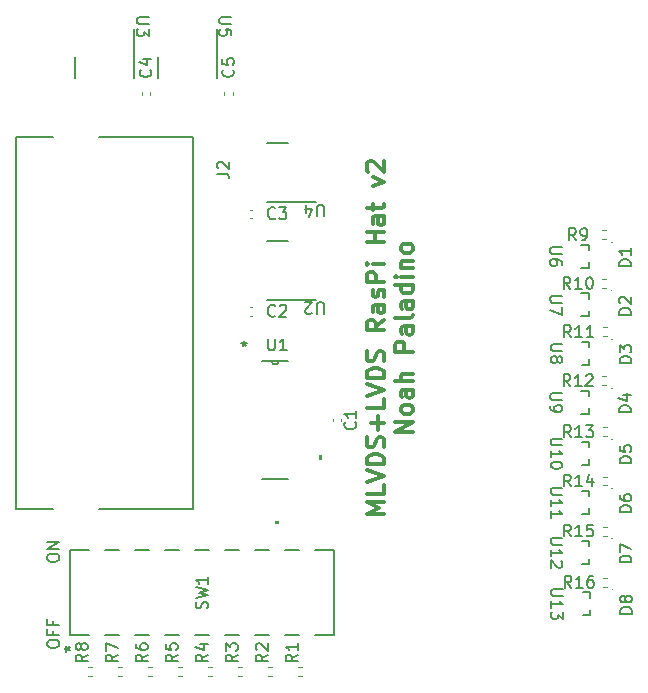
<source format=gbr>
%TF.GenerationSoftware,KiCad,Pcbnew,9.0.0-9.0.0-2~ubuntu24.04.1*%
%TF.CreationDate,2025-03-20T03:38:20-04:00*%
%TF.ProjectId,LVDS_RasPi_Hat,4c564453-5f52-4617-9350-695f4861742e,2*%
%TF.SameCoordinates,Original*%
%TF.FileFunction,Legend,Top*%
%TF.FilePolarity,Positive*%
%FSLAX46Y46*%
G04 Gerber Fmt 4.6, Leading zero omitted, Abs format (unit mm)*
G04 Created by KiCad (PCBNEW 9.0.0-9.0.0-2~ubuntu24.04.1) date 2025-03-20 03:38:20*
%MOMM*%
%LPD*%
G01*
G04 APERTURE LIST*
%ADD10C,0.300000*%
%ADD11C,0.150000*%
%ADD12C,0.152400*%
%ADD13C,0.200000*%
%ADD14C,0.120000*%
%ADD15C,0.100000*%
%ADD16C,0.000000*%
%ADD17C,0.127000*%
G04 APERTURE END LIST*
D10*
X92892070Y-107653657D02*
X91392070Y-107653657D01*
X91392070Y-107653657D02*
X92463499Y-107153657D01*
X92463499Y-107153657D02*
X91392070Y-106653657D01*
X91392070Y-106653657D02*
X92892070Y-106653657D01*
X92892070Y-105225085D02*
X92892070Y-105939371D01*
X92892070Y-105939371D02*
X91392070Y-105939371D01*
X91392070Y-104939370D02*
X92892070Y-104439370D01*
X92892070Y-104439370D02*
X91392070Y-103939370D01*
X92892070Y-103439371D02*
X91392070Y-103439371D01*
X91392070Y-103439371D02*
X91392070Y-103082228D01*
X91392070Y-103082228D02*
X91463499Y-102867942D01*
X91463499Y-102867942D02*
X91606356Y-102725085D01*
X91606356Y-102725085D02*
X91749213Y-102653656D01*
X91749213Y-102653656D02*
X92034927Y-102582228D01*
X92034927Y-102582228D02*
X92249213Y-102582228D01*
X92249213Y-102582228D02*
X92534927Y-102653656D01*
X92534927Y-102653656D02*
X92677784Y-102725085D01*
X92677784Y-102725085D02*
X92820642Y-102867942D01*
X92820642Y-102867942D02*
X92892070Y-103082228D01*
X92892070Y-103082228D02*
X92892070Y-103439371D01*
X92820642Y-102010799D02*
X92892070Y-101796514D01*
X92892070Y-101796514D02*
X92892070Y-101439371D01*
X92892070Y-101439371D02*
X92820642Y-101296514D01*
X92820642Y-101296514D02*
X92749213Y-101225085D01*
X92749213Y-101225085D02*
X92606356Y-101153656D01*
X92606356Y-101153656D02*
X92463499Y-101153656D01*
X92463499Y-101153656D02*
X92320642Y-101225085D01*
X92320642Y-101225085D02*
X92249213Y-101296514D01*
X92249213Y-101296514D02*
X92177784Y-101439371D01*
X92177784Y-101439371D02*
X92106356Y-101725085D01*
X92106356Y-101725085D02*
X92034927Y-101867942D01*
X92034927Y-101867942D02*
X91963499Y-101939371D01*
X91963499Y-101939371D02*
X91820642Y-102010799D01*
X91820642Y-102010799D02*
X91677784Y-102010799D01*
X91677784Y-102010799D02*
X91534927Y-101939371D01*
X91534927Y-101939371D02*
X91463499Y-101867942D01*
X91463499Y-101867942D02*
X91392070Y-101725085D01*
X91392070Y-101725085D02*
X91392070Y-101367942D01*
X91392070Y-101367942D02*
X91463499Y-101153656D01*
X92320642Y-100510800D02*
X92320642Y-99367943D01*
X92892070Y-99939371D02*
X91749213Y-99939371D01*
X92892070Y-97939371D02*
X92892070Y-98653657D01*
X92892070Y-98653657D02*
X91392070Y-98653657D01*
X91392070Y-97653656D02*
X92892070Y-97153656D01*
X92892070Y-97153656D02*
X91392070Y-96653656D01*
X92892070Y-96153657D02*
X91392070Y-96153657D01*
X91392070Y-96153657D02*
X91392070Y-95796514D01*
X91392070Y-95796514D02*
X91463499Y-95582228D01*
X91463499Y-95582228D02*
X91606356Y-95439371D01*
X91606356Y-95439371D02*
X91749213Y-95367942D01*
X91749213Y-95367942D02*
X92034927Y-95296514D01*
X92034927Y-95296514D02*
X92249213Y-95296514D01*
X92249213Y-95296514D02*
X92534927Y-95367942D01*
X92534927Y-95367942D02*
X92677784Y-95439371D01*
X92677784Y-95439371D02*
X92820642Y-95582228D01*
X92820642Y-95582228D02*
X92892070Y-95796514D01*
X92892070Y-95796514D02*
X92892070Y-96153657D01*
X92820642Y-94725085D02*
X92892070Y-94510800D01*
X92892070Y-94510800D02*
X92892070Y-94153657D01*
X92892070Y-94153657D02*
X92820642Y-94010800D01*
X92820642Y-94010800D02*
X92749213Y-93939371D01*
X92749213Y-93939371D02*
X92606356Y-93867942D01*
X92606356Y-93867942D02*
X92463499Y-93867942D01*
X92463499Y-93867942D02*
X92320642Y-93939371D01*
X92320642Y-93939371D02*
X92249213Y-94010800D01*
X92249213Y-94010800D02*
X92177784Y-94153657D01*
X92177784Y-94153657D02*
X92106356Y-94439371D01*
X92106356Y-94439371D02*
X92034927Y-94582228D01*
X92034927Y-94582228D02*
X91963499Y-94653657D01*
X91963499Y-94653657D02*
X91820642Y-94725085D01*
X91820642Y-94725085D02*
X91677784Y-94725085D01*
X91677784Y-94725085D02*
X91534927Y-94653657D01*
X91534927Y-94653657D02*
X91463499Y-94582228D01*
X91463499Y-94582228D02*
X91392070Y-94439371D01*
X91392070Y-94439371D02*
X91392070Y-94082228D01*
X91392070Y-94082228D02*
X91463499Y-93867942D01*
X92892070Y-91225086D02*
X92177784Y-91725086D01*
X92892070Y-92082229D02*
X91392070Y-92082229D01*
X91392070Y-92082229D02*
X91392070Y-91510800D01*
X91392070Y-91510800D02*
X91463499Y-91367943D01*
X91463499Y-91367943D02*
X91534927Y-91296514D01*
X91534927Y-91296514D02*
X91677784Y-91225086D01*
X91677784Y-91225086D02*
X91892070Y-91225086D01*
X91892070Y-91225086D02*
X92034927Y-91296514D01*
X92034927Y-91296514D02*
X92106356Y-91367943D01*
X92106356Y-91367943D02*
X92177784Y-91510800D01*
X92177784Y-91510800D02*
X92177784Y-92082229D01*
X92892070Y-89939372D02*
X92106356Y-89939372D01*
X92106356Y-89939372D02*
X91963499Y-90010800D01*
X91963499Y-90010800D02*
X91892070Y-90153657D01*
X91892070Y-90153657D02*
X91892070Y-90439372D01*
X91892070Y-90439372D02*
X91963499Y-90582229D01*
X92820642Y-89939372D02*
X92892070Y-90082229D01*
X92892070Y-90082229D02*
X92892070Y-90439372D01*
X92892070Y-90439372D02*
X92820642Y-90582229D01*
X92820642Y-90582229D02*
X92677784Y-90653657D01*
X92677784Y-90653657D02*
X92534927Y-90653657D01*
X92534927Y-90653657D02*
X92392070Y-90582229D01*
X92392070Y-90582229D02*
X92320642Y-90439372D01*
X92320642Y-90439372D02*
X92320642Y-90082229D01*
X92320642Y-90082229D02*
X92249213Y-89939372D01*
X92820642Y-89296514D02*
X92892070Y-89153657D01*
X92892070Y-89153657D02*
X92892070Y-88867943D01*
X92892070Y-88867943D02*
X92820642Y-88725086D01*
X92820642Y-88725086D02*
X92677784Y-88653657D01*
X92677784Y-88653657D02*
X92606356Y-88653657D01*
X92606356Y-88653657D02*
X92463499Y-88725086D01*
X92463499Y-88725086D02*
X92392070Y-88867943D01*
X92392070Y-88867943D02*
X92392070Y-89082229D01*
X92392070Y-89082229D02*
X92320642Y-89225086D01*
X92320642Y-89225086D02*
X92177784Y-89296514D01*
X92177784Y-89296514D02*
X92106356Y-89296514D01*
X92106356Y-89296514D02*
X91963499Y-89225086D01*
X91963499Y-89225086D02*
X91892070Y-89082229D01*
X91892070Y-89082229D02*
X91892070Y-88867943D01*
X91892070Y-88867943D02*
X91963499Y-88725086D01*
X92892070Y-88010800D02*
X91392070Y-88010800D01*
X91392070Y-88010800D02*
X91392070Y-87439371D01*
X91392070Y-87439371D02*
X91463499Y-87296514D01*
X91463499Y-87296514D02*
X91534927Y-87225085D01*
X91534927Y-87225085D02*
X91677784Y-87153657D01*
X91677784Y-87153657D02*
X91892070Y-87153657D01*
X91892070Y-87153657D02*
X92034927Y-87225085D01*
X92034927Y-87225085D02*
X92106356Y-87296514D01*
X92106356Y-87296514D02*
X92177784Y-87439371D01*
X92177784Y-87439371D02*
X92177784Y-88010800D01*
X92892070Y-86510800D02*
X91892070Y-86510800D01*
X91392070Y-86510800D02*
X91463499Y-86582228D01*
X91463499Y-86582228D02*
X91534927Y-86510800D01*
X91534927Y-86510800D02*
X91463499Y-86439371D01*
X91463499Y-86439371D02*
X91392070Y-86510800D01*
X91392070Y-86510800D02*
X91534927Y-86510800D01*
X92892070Y-84653657D02*
X91392070Y-84653657D01*
X92106356Y-84653657D02*
X92106356Y-83796514D01*
X92892070Y-83796514D02*
X91392070Y-83796514D01*
X92892070Y-82439371D02*
X92106356Y-82439371D01*
X92106356Y-82439371D02*
X91963499Y-82510799D01*
X91963499Y-82510799D02*
X91892070Y-82653656D01*
X91892070Y-82653656D02*
X91892070Y-82939371D01*
X91892070Y-82939371D02*
X91963499Y-83082228D01*
X92820642Y-82439371D02*
X92892070Y-82582228D01*
X92892070Y-82582228D02*
X92892070Y-82939371D01*
X92892070Y-82939371D02*
X92820642Y-83082228D01*
X92820642Y-83082228D02*
X92677784Y-83153656D01*
X92677784Y-83153656D02*
X92534927Y-83153656D01*
X92534927Y-83153656D02*
X92392070Y-83082228D01*
X92392070Y-83082228D02*
X92320642Y-82939371D01*
X92320642Y-82939371D02*
X92320642Y-82582228D01*
X92320642Y-82582228D02*
X92249213Y-82439371D01*
X91892070Y-81939370D02*
X91892070Y-81367942D01*
X91392070Y-81725085D02*
X92677784Y-81725085D01*
X92677784Y-81725085D02*
X92820642Y-81653656D01*
X92820642Y-81653656D02*
X92892070Y-81510799D01*
X92892070Y-81510799D02*
X92892070Y-81367942D01*
X91892070Y-79867942D02*
X92892070Y-79510799D01*
X92892070Y-79510799D02*
X91892070Y-79153656D01*
X91534927Y-78653656D02*
X91463499Y-78582228D01*
X91463499Y-78582228D02*
X91392070Y-78439371D01*
X91392070Y-78439371D02*
X91392070Y-78082228D01*
X91392070Y-78082228D02*
X91463499Y-77939371D01*
X91463499Y-77939371D02*
X91534927Y-77867942D01*
X91534927Y-77867942D02*
X91677784Y-77796513D01*
X91677784Y-77796513D02*
X91820642Y-77796513D01*
X91820642Y-77796513D02*
X92034927Y-77867942D01*
X92034927Y-77867942D02*
X92892070Y-78725085D01*
X92892070Y-78725085D02*
X92892070Y-77796513D01*
X95306986Y-100689372D02*
X93806986Y-100689372D01*
X93806986Y-100689372D02*
X95306986Y-99832229D01*
X95306986Y-99832229D02*
X93806986Y-99832229D01*
X95306986Y-98903657D02*
X95235558Y-99046514D01*
X95235558Y-99046514D02*
X95164129Y-99117943D01*
X95164129Y-99117943D02*
X95021272Y-99189371D01*
X95021272Y-99189371D02*
X94592700Y-99189371D01*
X94592700Y-99189371D02*
X94449843Y-99117943D01*
X94449843Y-99117943D02*
X94378415Y-99046514D01*
X94378415Y-99046514D02*
X94306986Y-98903657D01*
X94306986Y-98903657D02*
X94306986Y-98689371D01*
X94306986Y-98689371D02*
X94378415Y-98546514D01*
X94378415Y-98546514D02*
X94449843Y-98475086D01*
X94449843Y-98475086D02*
X94592700Y-98403657D01*
X94592700Y-98403657D02*
X95021272Y-98403657D01*
X95021272Y-98403657D02*
X95164129Y-98475086D01*
X95164129Y-98475086D02*
X95235558Y-98546514D01*
X95235558Y-98546514D02*
X95306986Y-98689371D01*
X95306986Y-98689371D02*
X95306986Y-98903657D01*
X95306986Y-97117943D02*
X94521272Y-97117943D01*
X94521272Y-97117943D02*
X94378415Y-97189371D01*
X94378415Y-97189371D02*
X94306986Y-97332228D01*
X94306986Y-97332228D02*
X94306986Y-97617943D01*
X94306986Y-97617943D02*
X94378415Y-97760800D01*
X95235558Y-97117943D02*
X95306986Y-97260800D01*
X95306986Y-97260800D02*
X95306986Y-97617943D01*
X95306986Y-97617943D02*
X95235558Y-97760800D01*
X95235558Y-97760800D02*
X95092700Y-97832228D01*
X95092700Y-97832228D02*
X94949843Y-97832228D01*
X94949843Y-97832228D02*
X94806986Y-97760800D01*
X94806986Y-97760800D02*
X94735558Y-97617943D01*
X94735558Y-97617943D02*
X94735558Y-97260800D01*
X94735558Y-97260800D02*
X94664129Y-97117943D01*
X95306986Y-96403657D02*
X93806986Y-96403657D01*
X95306986Y-95760800D02*
X94521272Y-95760800D01*
X94521272Y-95760800D02*
X94378415Y-95832228D01*
X94378415Y-95832228D02*
X94306986Y-95975085D01*
X94306986Y-95975085D02*
X94306986Y-96189371D01*
X94306986Y-96189371D02*
X94378415Y-96332228D01*
X94378415Y-96332228D02*
X94449843Y-96403657D01*
X95306986Y-93903657D02*
X93806986Y-93903657D01*
X93806986Y-93903657D02*
X93806986Y-93332228D01*
X93806986Y-93332228D02*
X93878415Y-93189371D01*
X93878415Y-93189371D02*
X93949843Y-93117942D01*
X93949843Y-93117942D02*
X94092700Y-93046514D01*
X94092700Y-93046514D02*
X94306986Y-93046514D01*
X94306986Y-93046514D02*
X94449843Y-93117942D01*
X94449843Y-93117942D02*
X94521272Y-93189371D01*
X94521272Y-93189371D02*
X94592700Y-93332228D01*
X94592700Y-93332228D02*
X94592700Y-93903657D01*
X95306986Y-91760800D02*
X94521272Y-91760800D01*
X94521272Y-91760800D02*
X94378415Y-91832228D01*
X94378415Y-91832228D02*
X94306986Y-91975085D01*
X94306986Y-91975085D02*
X94306986Y-92260800D01*
X94306986Y-92260800D02*
X94378415Y-92403657D01*
X95235558Y-91760800D02*
X95306986Y-91903657D01*
X95306986Y-91903657D02*
X95306986Y-92260800D01*
X95306986Y-92260800D02*
X95235558Y-92403657D01*
X95235558Y-92403657D02*
X95092700Y-92475085D01*
X95092700Y-92475085D02*
X94949843Y-92475085D01*
X94949843Y-92475085D02*
X94806986Y-92403657D01*
X94806986Y-92403657D02*
X94735558Y-92260800D01*
X94735558Y-92260800D02*
X94735558Y-91903657D01*
X94735558Y-91903657D02*
X94664129Y-91760800D01*
X95306986Y-90832228D02*
X95235558Y-90975085D01*
X95235558Y-90975085D02*
X95092700Y-91046514D01*
X95092700Y-91046514D02*
X93806986Y-91046514D01*
X95306986Y-89617943D02*
X94521272Y-89617943D01*
X94521272Y-89617943D02*
X94378415Y-89689371D01*
X94378415Y-89689371D02*
X94306986Y-89832228D01*
X94306986Y-89832228D02*
X94306986Y-90117943D01*
X94306986Y-90117943D02*
X94378415Y-90260800D01*
X95235558Y-89617943D02*
X95306986Y-89760800D01*
X95306986Y-89760800D02*
X95306986Y-90117943D01*
X95306986Y-90117943D02*
X95235558Y-90260800D01*
X95235558Y-90260800D02*
X95092700Y-90332228D01*
X95092700Y-90332228D02*
X94949843Y-90332228D01*
X94949843Y-90332228D02*
X94806986Y-90260800D01*
X94806986Y-90260800D02*
X94735558Y-90117943D01*
X94735558Y-90117943D02*
X94735558Y-89760800D01*
X94735558Y-89760800D02*
X94664129Y-89617943D01*
X95306986Y-88260800D02*
X93806986Y-88260800D01*
X95235558Y-88260800D02*
X95306986Y-88403657D01*
X95306986Y-88403657D02*
X95306986Y-88689371D01*
X95306986Y-88689371D02*
X95235558Y-88832228D01*
X95235558Y-88832228D02*
X95164129Y-88903657D01*
X95164129Y-88903657D02*
X95021272Y-88975085D01*
X95021272Y-88975085D02*
X94592700Y-88975085D01*
X94592700Y-88975085D02*
X94449843Y-88903657D01*
X94449843Y-88903657D02*
X94378415Y-88832228D01*
X94378415Y-88832228D02*
X94306986Y-88689371D01*
X94306986Y-88689371D02*
X94306986Y-88403657D01*
X94306986Y-88403657D02*
X94378415Y-88260800D01*
X95306986Y-87546514D02*
X94306986Y-87546514D01*
X93806986Y-87546514D02*
X93878415Y-87617942D01*
X93878415Y-87617942D02*
X93949843Y-87546514D01*
X93949843Y-87546514D02*
X93878415Y-87475085D01*
X93878415Y-87475085D02*
X93806986Y-87546514D01*
X93806986Y-87546514D02*
X93949843Y-87546514D01*
X94306986Y-86832228D02*
X95306986Y-86832228D01*
X94449843Y-86832228D02*
X94378415Y-86760799D01*
X94378415Y-86760799D02*
X94306986Y-86617942D01*
X94306986Y-86617942D02*
X94306986Y-86403656D01*
X94306986Y-86403656D02*
X94378415Y-86260799D01*
X94378415Y-86260799D02*
X94521272Y-86189371D01*
X94521272Y-86189371D02*
X95306986Y-86189371D01*
X95306986Y-85260799D02*
X95235558Y-85403656D01*
X95235558Y-85403656D02*
X95164129Y-85475085D01*
X95164129Y-85475085D02*
X95021272Y-85546513D01*
X95021272Y-85546513D02*
X94592700Y-85546513D01*
X94592700Y-85546513D02*
X94449843Y-85475085D01*
X94449843Y-85475085D02*
X94378415Y-85403656D01*
X94378415Y-85403656D02*
X94306986Y-85260799D01*
X94306986Y-85260799D02*
X94306986Y-85046513D01*
X94306986Y-85046513D02*
X94378415Y-84903656D01*
X94378415Y-84903656D02*
X94449843Y-84832228D01*
X94449843Y-84832228D02*
X94592700Y-84760799D01*
X94592700Y-84760799D02*
X95021272Y-84760799D01*
X95021272Y-84760799D02*
X95164129Y-84832228D01*
X95164129Y-84832228D02*
X95235558Y-84903656D01*
X95235558Y-84903656D02*
X95306986Y-85046513D01*
X95306986Y-85046513D02*
X95306986Y-85260799D01*
D11*
X108007380Y-114016305D02*
X107197857Y-114016305D01*
X107197857Y-114016305D02*
X107102619Y-114063924D01*
X107102619Y-114063924D02*
X107055000Y-114111543D01*
X107055000Y-114111543D02*
X107007380Y-114206781D01*
X107007380Y-114206781D02*
X107007380Y-114397257D01*
X107007380Y-114397257D02*
X107055000Y-114492495D01*
X107055000Y-114492495D02*
X107102619Y-114540114D01*
X107102619Y-114540114D02*
X107197857Y-114587733D01*
X107197857Y-114587733D02*
X108007380Y-114587733D01*
X107007380Y-115587733D02*
X107007380Y-115016305D01*
X107007380Y-115302019D02*
X108007380Y-115302019D01*
X108007380Y-115302019D02*
X107864523Y-115206781D01*
X107864523Y-115206781D02*
X107769285Y-115111543D01*
X107769285Y-115111543D02*
X107721666Y-115016305D01*
X108007380Y-115921067D02*
X108007380Y-116540114D01*
X108007380Y-116540114D02*
X107626428Y-116206781D01*
X107626428Y-116206781D02*
X107626428Y-116349638D01*
X107626428Y-116349638D02*
X107578809Y-116444876D01*
X107578809Y-116444876D02*
X107531190Y-116492495D01*
X107531190Y-116492495D02*
X107435952Y-116540114D01*
X107435952Y-116540114D02*
X107197857Y-116540114D01*
X107197857Y-116540114D02*
X107102619Y-116492495D01*
X107102619Y-116492495D02*
X107055000Y-116444876D01*
X107055000Y-116444876D02*
X107007380Y-116349638D01*
X107007380Y-116349638D02*
X107007380Y-116063924D01*
X107007380Y-116063924D02*
X107055000Y-115968686D01*
X107055000Y-115968686D02*
X107102619Y-115921067D01*
X107969880Y-109671305D02*
X107160357Y-109671305D01*
X107160357Y-109671305D02*
X107065119Y-109718924D01*
X107065119Y-109718924D02*
X107017500Y-109766543D01*
X107017500Y-109766543D02*
X106969880Y-109861781D01*
X106969880Y-109861781D02*
X106969880Y-110052257D01*
X106969880Y-110052257D02*
X107017500Y-110147495D01*
X107017500Y-110147495D02*
X107065119Y-110195114D01*
X107065119Y-110195114D02*
X107160357Y-110242733D01*
X107160357Y-110242733D02*
X107969880Y-110242733D01*
X106969880Y-111242733D02*
X106969880Y-110671305D01*
X106969880Y-110957019D02*
X107969880Y-110957019D01*
X107969880Y-110957019D02*
X107827023Y-110861781D01*
X107827023Y-110861781D02*
X107731785Y-110766543D01*
X107731785Y-110766543D02*
X107684166Y-110671305D01*
X107874642Y-111623686D02*
X107922261Y-111671305D01*
X107922261Y-111671305D02*
X107969880Y-111766543D01*
X107969880Y-111766543D02*
X107969880Y-112004638D01*
X107969880Y-112004638D02*
X107922261Y-112099876D01*
X107922261Y-112099876D02*
X107874642Y-112147495D01*
X107874642Y-112147495D02*
X107779404Y-112195114D01*
X107779404Y-112195114D02*
X107684166Y-112195114D01*
X107684166Y-112195114D02*
X107541309Y-112147495D01*
X107541309Y-112147495D02*
X106969880Y-111576067D01*
X106969880Y-111576067D02*
X106969880Y-112195114D01*
X107969880Y-105433605D02*
X107160357Y-105433605D01*
X107160357Y-105433605D02*
X107065119Y-105481224D01*
X107065119Y-105481224D02*
X107017500Y-105528843D01*
X107017500Y-105528843D02*
X106969880Y-105624081D01*
X106969880Y-105624081D02*
X106969880Y-105814557D01*
X106969880Y-105814557D02*
X107017500Y-105909795D01*
X107017500Y-105909795D02*
X107065119Y-105957414D01*
X107065119Y-105957414D02*
X107160357Y-106005033D01*
X107160357Y-106005033D02*
X107969880Y-106005033D01*
X106969880Y-107005033D02*
X106969880Y-106433605D01*
X106969880Y-106719319D02*
X107969880Y-106719319D01*
X107969880Y-106719319D02*
X107827023Y-106624081D01*
X107827023Y-106624081D02*
X107731785Y-106528843D01*
X107731785Y-106528843D02*
X107684166Y-106433605D01*
X106969880Y-107957414D02*
X106969880Y-107385986D01*
X106969880Y-107671700D02*
X107969880Y-107671700D01*
X107969880Y-107671700D02*
X107827023Y-107576462D01*
X107827023Y-107576462D02*
X107731785Y-107481224D01*
X107731785Y-107481224D02*
X107684166Y-107385986D01*
X107962380Y-101278805D02*
X107152857Y-101278805D01*
X107152857Y-101278805D02*
X107057619Y-101326424D01*
X107057619Y-101326424D02*
X107010000Y-101374043D01*
X107010000Y-101374043D02*
X106962380Y-101469281D01*
X106962380Y-101469281D02*
X106962380Y-101659757D01*
X106962380Y-101659757D02*
X107010000Y-101754995D01*
X107010000Y-101754995D02*
X107057619Y-101802614D01*
X107057619Y-101802614D02*
X107152857Y-101850233D01*
X107152857Y-101850233D02*
X107962380Y-101850233D01*
X106962380Y-102850233D02*
X106962380Y-102278805D01*
X106962380Y-102564519D02*
X107962380Y-102564519D01*
X107962380Y-102564519D02*
X107819523Y-102469281D01*
X107819523Y-102469281D02*
X107724285Y-102374043D01*
X107724285Y-102374043D02*
X107676666Y-102278805D01*
X107962380Y-103469281D02*
X107962380Y-103564519D01*
X107962380Y-103564519D02*
X107914761Y-103659757D01*
X107914761Y-103659757D02*
X107867142Y-103707376D01*
X107867142Y-103707376D02*
X107771904Y-103754995D01*
X107771904Y-103754995D02*
X107581428Y-103802614D01*
X107581428Y-103802614D02*
X107343333Y-103802614D01*
X107343333Y-103802614D02*
X107152857Y-103754995D01*
X107152857Y-103754995D02*
X107057619Y-103707376D01*
X107057619Y-103707376D02*
X107010000Y-103659757D01*
X107010000Y-103659757D02*
X106962380Y-103564519D01*
X106962380Y-103564519D02*
X106962380Y-103469281D01*
X106962380Y-103469281D02*
X107010000Y-103374043D01*
X107010000Y-103374043D02*
X107057619Y-103326424D01*
X107057619Y-103326424D02*
X107152857Y-103278805D01*
X107152857Y-103278805D02*
X107343333Y-103231186D01*
X107343333Y-103231186D02*
X107581428Y-103231186D01*
X107581428Y-103231186D02*
X107771904Y-103278805D01*
X107771904Y-103278805D02*
X107867142Y-103326424D01*
X107867142Y-103326424D02*
X107914761Y-103374043D01*
X107914761Y-103374043D02*
X107962380Y-103469281D01*
X107915230Y-97427845D02*
X107105707Y-97427845D01*
X107105707Y-97427845D02*
X107010469Y-97475464D01*
X107010469Y-97475464D02*
X106962850Y-97523083D01*
X106962850Y-97523083D02*
X106915230Y-97618321D01*
X106915230Y-97618321D02*
X106915230Y-97808797D01*
X106915230Y-97808797D02*
X106962850Y-97904035D01*
X106962850Y-97904035D02*
X107010469Y-97951654D01*
X107010469Y-97951654D02*
X107105707Y-97999273D01*
X107105707Y-97999273D02*
X107915230Y-97999273D01*
X106915230Y-98523083D02*
X106915230Y-98713559D01*
X106915230Y-98713559D02*
X106962850Y-98808797D01*
X106962850Y-98808797D02*
X107010469Y-98856416D01*
X107010469Y-98856416D02*
X107153326Y-98951654D01*
X107153326Y-98951654D02*
X107343802Y-98999273D01*
X107343802Y-98999273D02*
X107724754Y-98999273D01*
X107724754Y-98999273D02*
X107819992Y-98951654D01*
X107819992Y-98951654D02*
X107867611Y-98904035D01*
X107867611Y-98904035D02*
X107915230Y-98808797D01*
X107915230Y-98808797D02*
X107915230Y-98618321D01*
X107915230Y-98618321D02*
X107867611Y-98523083D01*
X107867611Y-98523083D02*
X107819992Y-98475464D01*
X107819992Y-98475464D02*
X107724754Y-98427845D01*
X107724754Y-98427845D02*
X107486659Y-98427845D01*
X107486659Y-98427845D02*
X107391421Y-98475464D01*
X107391421Y-98475464D02*
X107343802Y-98523083D01*
X107343802Y-98523083D02*
X107296183Y-98618321D01*
X107296183Y-98618321D02*
X107296183Y-98808797D01*
X107296183Y-98808797D02*
X107343802Y-98904035D01*
X107343802Y-98904035D02*
X107391421Y-98951654D01*
X107391421Y-98951654D02*
X107486659Y-98999273D01*
X107962380Y-93281595D02*
X107152857Y-93281595D01*
X107152857Y-93281595D02*
X107057619Y-93329214D01*
X107057619Y-93329214D02*
X107010000Y-93376833D01*
X107010000Y-93376833D02*
X106962380Y-93472071D01*
X106962380Y-93472071D02*
X106962380Y-93662547D01*
X106962380Y-93662547D02*
X107010000Y-93757785D01*
X107010000Y-93757785D02*
X107057619Y-93805404D01*
X107057619Y-93805404D02*
X107152857Y-93853023D01*
X107152857Y-93853023D02*
X107962380Y-93853023D01*
X107533809Y-94472071D02*
X107581428Y-94376833D01*
X107581428Y-94376833D02*
X107629047Y-94329214D01*
X107629047Y-94329214D02*
X107724285Y-94281595D01*
X107724285Y-94281595D02*
X107771904Y-94281595D01*
X107771904Y-94281595D02*
X107867142Y-94329214D01*
X107867142Y-94329214D02*
X107914761Y-94376833D01*
X107914761Y-94376833D02*
X107962380Y-94472071D01*
X107962380Y-94472071D02*
X107962380Y-94662547D01*
X107962380Y-94662547D02*
X107914761Y-94757785D01*
X107914761Y-94757785D02*
X107867142Y-94805404D01*
X107867142Y-94805404D02*
X107771904Y-94853023D01*
X107771904Y-94853023D02*
X107724285Y-94853023D01*
X107724285Y-94853023D02*
X107629047Y-94805404D01*
X107629047Y-94805404D02*
X107581428Y-94757785D01*
X107581428Y-94757785D02*
X107533809Y-94662547D01*
X107533809Y-94662547D02*
X107533809Y-94472071D01*
X107533809Y-94472071D02*
X107486190Y-94376833D01*
X107486190Y-94376833D02*
X107438571Y-94329214D01*
X107438571Y-94329214D02*
X107343333Y-94281595D01*
X107343333Y-94281595D02*
X107152857Y-94281595D01*
X107152857Y-94281595D02*
X107057619Y-94329214D01*
X107057619Y-94329214D02*
X107010000Y-94376833D01*
X107010000Y-94376833D02*
X106962380Y-94472071D01*
X106962380Y-94472071D02*
X106962380Y-94662547D01*
X106962380Y-94662547D02*
X107010000Y-94757785D01*
X107010000Y-94757785D02*
X107057619Y-94805404D01*
X107057619Y-94805404D02*
X107152857Y-94853023D01*
X107152857Y-94853023D02*
X107343333Y-94853023D01*
X107343333Y-94853023D02*
X107438571Y-94805404D01*
X107438571Y-94805404D02*
X107486190Y-94757785D01*
X107486190Y-94757785D02*
X107533809Y-94662547D01*
X107915230Y-89181395D02*
X107105707Y-89181395D01*
X107105707Y-89181395D02*
X107010469Y-89229014D01*
X107010469Y-89229014D02*
X106962850Y-89276633D01*
X106962850Y-89276633D02*
X106915230Y-89371871D01*
X106915230Y-89371871D02*
X106915230Y-89562347D01*
X106915230Y-89562347D02*
X106962850Y-89657585D01*
X106962850Y-89657585D02*
X107010469Y-89705204D01*
X107010469Y-89705204D02*
X107105707Y-89752823D01*
X107105707Y-89752823D02*
X107915230Y-89752823D01*
X107915230Y-90133776D02*
X107915230Y-90800442D01*
X107915230Y-90800442D02*
X106915230Y-90371871D01*
X107915230Y-85064095D02*
X107105707Y-85064095D01*
X107105707Y-85064095D02*
X107010469Y-85111714D01*
X107010469Y-85111714D02*
X106962850Y-85159333D01*
X106962850Y-85159333D02*
X106915230Y-85254571D01*
X106915230Y-85254571D02*
X106915230Y-85445047D01*
X106915230Y-85445047D02*
X106962850Y-85540285D01*
X106962850Y-85540285D02*
X107010469Y-85587904D01*
X107010469Y-85587904D02*
X107105707Y-85635523D01*
X107105707Y-85635523D02*
X107915230Y-85635523D01*
X107915230Y-86540285D02*
X107915230Y-86349809D01*
X107915230Y-86349809D02*
X107867611Y-86254571D01*
X107867611Y-86254571D02*
X107819992Y-86206952D01*
X107819992Y-86206952D02*
X107677135Y-86111714D01*
X107677135Y-86111714D02*
X107486659Y-86064095D01*
X107486659Y-86064095D02*
X107105707Y-86064095D01*
X107105707Y-86064095D02*
X107010469Y-86111714D01*
X107010469Y-86111714D02*
X106962850Y-86159333D01*
X106962850Y-86159333D02*
X106915230Y-86254571D01*
X106915230Y-86254571D02*
X106915230Y-86445047D01*
X106915230Y-86445047D02*
X106962850Y-86540285D01*
X106962850Y-86540285D02*
X107010469Y-86587904D01*
X107010469Y-86587904D02*
X107105707Y-86635523D01*
X107105707Y-86635523D02*
X107343802Y-86635523D01*
X107343802Y-86635523D02*
X107439040Y-86587904D01*
X107439040Y-86587904D02*
X107486659Y-86540285D01*
X107486659Y-86540285D02*
X107534278Y-86445047D01*
X107534278Y-86445047D02*
X107534278Y-86254571D01*
X107534278Y-86254571D02*
X107486659Y-86159333D01*
X107486659Y-86159333D02*
X107439040Y-86111714D01*
X107439040Y-86111714D02*
X107343802Y-86064095D01*
X79920180Y-65595595D02*
X79110657Y-65595595D01*
X79110657Y-65595595D02*
X79015419Y-65643214D01*
X79015419Y-65643214D02*
X78967800Y-65690833D01*
X78967800Y-65690833D02*
X78920180Y-65786071D01*
X78920180Y-65786071D02*
X78920180Y-65976547D01*
X78920180Y-65976547D02*
X78967800Y-66071785D01*
X78967800Y-66071785D02*
X79015419Y-66119404D01*
X79015419Y-66119404D02*
X79110657Y-66167023D01*
X79110657Y-66167023D02*
X79920180Y-66167023D01*
X79920180Y-67119404D02*
X79920180Y-66643214D01*
X79920180Y-66643214D02*
X79443990Y-66595595D01*
X79443990Y-66595595D02*
X79491609Y-66643214D01*
X79491609Y-66643214D02*
X79539228Y-66738452D01*
X79539228Y-66738452D02*
X79539228Y-66976547D01*
X79539228Y-66976547D02*
X79491609Y-67071785D01*
X79491609Y-67071785D02*
X79443990Y-67119404D01*
X79443990Y-67119404D02*
X79348752Y-67167023D01*
X79348752Y-67167023D02*
X79110657Y-67167023D01*
X79110657Y-67167023D02*
X79015419Y-67119404D01*
X79015419Y-67119404D02*
X78967800Y-67071785D01*
X78967800Y-67071785D02*
X78920180Y-66976547D01*
X78920180Y-66976547D02*
X78920180Y-66738452D01*
X78920180Y-66738452D02*
X78967800Y-66643214D01*
X78967800Y-66643214D02*
X79015419Y-66595595D01*
X87756904Y-82460180D02*
X87756904Y-81650657D01*
X87756904Y-81650657D02*
X87709285Y-81555419D01*
X87709285Y-81555419D02*
X87661666Y-81507800D01*
X87661666Y-81507800D02*
X87566428Y-81460180D01*
X87566428Y-81460180D02*
X87375952Y-81460180D01*
X87375952Y-81460180D02*
X87280714Y-81507800D01*
X87280714Y-81507800D02*
X87233095Y-81555419D01*
X87233095Y-81555419D02*
X87185476Y-81650657D01*
X87185476Y-81650657D02*
X87185476Y-82460180D01*
X86280714Y-82126847D02*
X86280714Y-81460180D01*
X86518809Y-82507800D02*
X86756904Y-81793514D01*
X86756904Y-81793514D02*
X86137857Y-81793514D01*
X72935180Y-65595595D02*
X72125657Y-65595595D01*
X72125657Y-65595595D02*
X72030419Y-65643214D01*
X72030419Y-65643214D02*
X71982800Y-65690833D01*
X71982800Y-65690833D02*
X71935180Y-65786071D01*
X71935180Y-65786071D02*
X71935180Y-65976547D01*
X71935180Y-65976547D02*
X71982800Y-66071785D01*
X71982800Y-66071785D02*
X72030419Y-66119404D01*
X72030419Y-66119404D02*
X72125657Y-66167023D01*
X72125657Y-66167023D02*
X72935180Y-66167023D01*
X72935180Y-66547976D02*
X72935180Y-67167023D01*
X72935180Y-67167023D02*
X72554228Y-66833690D01*
X72554228Y-66833690D02*
X72554228Y-66976547D01*
X72554228Y-66976547D02*
X72506609Y-67071785D01*
X72506609Y-67071785D02*
X72458990Y-67119404D01*
X72458990Y-67119404D02*
X72363752Y-67167023D01*
X72363752Y-67167023D02*
X72125657Y-67167023D01*
X72125657Y-67167023D02*
X72030419Y-67119404D01*
X72030419Y-67119404D02*
X71982800Y-67071785D01*
X71982800Y-67071785D02*
X71935180Y-66976547D01*
X71935180Y-66976547D02*
X71935180Y-66690833D01*
X71935180Y-66690833D02*
X71982800Y-66595595D01*
X71982800Y-66595595D02*
X72030419Y-66547976D01*
X87756904Y-90715180D02*
X87756904Y-89905657D01*
X87756904Y-89905657D02*
X87709285Y-89810419D01*
X87709285Y-89810419D02*
X87661666Y-89762800D01*
X87661666Y-89762800D02*
X87566428Y-89715180D01*
X87566428Y-89715180D02*
X87375952Y-89715180D01*
X87375952Y-89715180D02*
X87280714Y-89762800D01*
X87280714Y-89762800D02*
X87233095Y-89810419D01*
X87233095Y-89810419D02*
X87185476Y-89905657D01*
X87185476Y-89905657D02*
X87185476Y-90715180D01*
X86756904Y-90619942D02*
X86709285Y-90667561D01*
X86709285Y-90667561D02*
X86614047Y-90715180D01*
X86614047Y-90715180D02*
X86375952Y-90715180D01*
X86375952Y-90715180D02*
X86280714Y-90667561D01*
X86280714Y-90667561D02*
X86233095Y-90619942D01*
X86233095Y-90619942D02*
X86185476Y-90524704D01*
X86185476Y-90524704D02*
X86185476Y-90429466D01*
X86185476Y-90429466D02*
X86233095Y-90286609D01*
X86233095Y-90286609D02*
X86804523Y-89715180D01*
X86804523Y-89715180D02*
X86185476Y-89715180D01*
X108724342Y-113893119D02*
X108391009Y-113416928D01*
X108152914Y-113893119D02*
X108152914Y-112893119D01*
X108152914Y-112893119D02*
X108533866Y-112893119D01*
X108533866Y-112893119D02*
X108629104Y-112940738D01*
X108629104Y-112940738D02*
X108676723Y-112988357D01*
X108676723Y-112988357D02*
X108724342Y-113083595D01*
X108724342Y-113083595D02*
X108724342Y-113226452D01*
X108724342Y-113226452D02*
X108676723Y-113321690D01*
X108676723Y-113321690D02*
X108629104Y-113369309D01*
X108629104Y-113369309D02*
X108533866Y-113416928D01*
X108533866Y-113416928D02*
X108152914Y-113416928D01*
X109676723Y-113893119D02*
X109105295Y-113893119D01*
X109391009Y-113893119D02*
X109391009Y-112893119D01*
X109391009Y-112893119D02*
X109295771Y-113035976D01*
X109295771Y-113035976D02*
X109200533Y-113131214D01*
X109200533Y-113131214D02*
X109105295Y-113178833D01*
X110533866Y-112893119D02*
X110343390Y-112893119D01*
X110343390Y-112893119D02*
X110248152Y-112940738D01*
X110248152Y-112940738D02*
X110200533Y-112988357D01*
X110200533Y-112988357D02*
X110105295Y-113131214D01*
X110105295Y-113131214D02*
X110057676Y-113321690D01*
X110057676Y-113321690D02*
X110057676Y-113702642D01*
X110057676Y-113702642D02*
X110105295Y-113797880D01*
X110105295Y-113797880D02*
X110152914Y-113845500D01*
X110152914Y-113845500D02*
X110248152Y-113893119D01*
X110248152Y-113893119D02*
X110438628Y-113893119D01*
X110438628Y-113893119D02*
X110533866Y-113845500D01*
X110533866Y-113845500D02*
X110581485Y-113797880D01*
X110581485Y-113797880D02*
X110629104Y-113702642D01*
X110629104Y-113702642D02*
X110629104Y-113464547D01*
X110629104Y-113464547D02*
X110581485Y-113369309D01*
X110581485Y-113369309D02*
X110533866Y-113321690D01*
X110533866Y-113321690D02*
X110438628Y-113274071D01*
X110438628Y-113274071D02*
X110248152Y-113274071D01*
X110248152Y-113274071D02*
X110152914Y-113321690D01*
X110152914Y-113321690D02*
X110105295Y-113369309D01*
X110105295Y-113369309D02*
X110057676Y-113464547D01*
X108686842Y-109548119D02*
X108353509Y-109071928D01*
X108115414Y-109548119D02*
X108115414Y-108548119D01*
X108115414Y-108548119D02*
X108496366Y-108548119D01*
X108496366Y-108548119D02*
X108591604Y-108595738D01*
X108591604Y-108595738D02*
X108639223Y-108643357D01*
X108639223Y-108643357D02*
X108686842Y-108738595D01*
X108686842Y-108738595D02*
X108686842Y-108881452D01*
X108686842Y-108881452D02*
X108639223Y-108976690D01*
X108639223Y-108976690D02*
X108591604Y-109024309D01*
X108591604Y-109024309D02*
X108496366Y-109071928D01*
X108496366Y-109071928D02*
X108115414Y-109071928D01*
X109639223Y-109548119D02*
X109067795Y-109548119D01*
X109353509Y-109548119D02*
X109353509Y-108548119D01*
X109353509Y-108548119D02*
X109258271Y-108690976D01*
X109258271Y-108690976D02*
X109163033Y-108786214D01*
X109163033Y-108786214D02*
X109067795Y-108833833D01*
X110543985Y-108548119D02*
X110067795Y-108548119D01*
X110067795Y-108548119D02*
X110020176Y-109024309D01*
X110020176Y-109024309D02*
X110067795Y-108976690D01*
X110067795Y-108976690D02*
X110163033Y-108929071D01*
X110163033Y-108929071D02*
X110401128Y-108929071D01*
X110401128Y-108929071D02*
X110496366Y-108976690D01*
X110496366Y-108976690D02*
X110543985Y-109024309D01*
X110543985Y-109024309D02*
X110591604Y-109119547D01*
X110591604Y-109119547D02*
X110591604Y-109357642D01*
X110591604Y-109357642D02*
X110543985Y-109452880D01*
X110543985Y-109452880D02*
X110496366Y-109500500D01*
X110496366Y-109500500D02*
X110401128Y-109548119D01*
X110401128Y-109548119D02*
X110163033Y-109548119D01*
X110163033Y-109548119D02*
X110067795Y-109500500D01*
X110067795Y-109500500D02*
X110020176Y-109452880D01*
X108686842Y-105310419D02*
X108353509Y-104834228D01*
X108115414Y-105310419D02*
X108115414Y-104310419D01*
X108115414Y-104310419D02*
X108496366Y-104310419D01*
X108496366Y-104310419D02*
X108591604Y-104358038D01*
X108591604Y-104358038D02*
X108639223Y-104405657D01*
X108639223Y-104405657D02*
X108686842Y-104500895D01*
X108686842Y-104500895D02*
X108686842Y-104643752D01*
X108686842Y-104643752D02*
X108639223Y-104738990D01*
X108639223Y-104738990D02*
X108591604Y-104786609D01*
X108591604Y-104786609D02*
X108496366Y-104834228D01*
X108496366Y-104834228D02*
X108115414Y-104834228D01*
X109639223Y-105310419D02*
X109067795Y-105310419D01*
X109353509Y-105310419D02*
X109353509Y-104310419D01*
X109353509Y-104310419D02*
X109258271Y-104453276D01*
X109258271Y-104453276D02*
X109163033Y-104548514D01*
X109163033Y-104548514D02*
X109067795Y-104596133D01*
X110496366Y-104643752D02*
X110496366Y-105310419D01*
X110258271Y-104262800D02*
X110020176Y-104977085D01*
X110020176Y-104977085D02*
X110639223Y-104977085D01*
X108679342Y-101155619D02*
X108346009Y-100679428D01*
X108107914Y-101155619D02*
X108107914Y-100155619D01*
X108107914Y-100155619D02*
X108488866Y-100155619D01*
X108488866Y-100155619D02*
X108584104Y-100203238D01*
X108584104Y-100203238D02*
X108631723Y-100250857D01*
X108631723Y-100250857D02*
X108679342Y-100346095D01*
X108679342Y-100346095D02*
X108679342Y-100488952D01*
X108679342Y-100488952D02*
X108631723Y-100584190D01*
X108631723Y-100584190D02*
X108584104Y-100631809D01*
X108584104Y-100631809D02*
X108488866Y-100679428D01*
X108488866Y-100679428D02*
X108107914Y-100679428D01*
X109631723Y-101155619D02*
X109060295Y-101155619D01*
X109346009Y-101155619D02*
X109346009Y-100155619D01*
X109346009Y-100155619D02*
X109250771Y-100298476D01*
X109250771Y-100298476D02*
X109155533Y-100393714D01*
X109155533Y-100393714D02*
X109060295Y-100441333D01*
X109965057Y-100155619D02*
X110584104Y-100155619D01*
X110584104Y-100155619D02*
X110250771Y-100536571D01*
X110250771Y-100536571D02*
X110393628Y-100536571D01*
X110393628Y-100536571D02*
X110488866Y-100584190D01*
X110488866Y-100584190D02*
X110536485Y-100631809D01*
X110536485Y-100631809D02*
X110584104Y-100727047D01*
X110584104Y-100727047D02*
X110584104Y-100965142D01*
X110584104Y-100965142D02*
X110536485Y-101060380D01*
X110536485Y-101060380D02*
X110488866Y-101108000D01*
X110488866Y-101108000D02*
X110393628Y-101155619D01*
X110393628Y-101155619D02*
X110107914Y-101155619D01*
X110107914Y-101155619D02*
X110012676Y-101108000D01*
X110012676Y-101108000D02*
X109965057Y-101060380D01*
X108632192Y-96828469D02*
X108298859Y-96352278D01*
X108060764Y-96828469D02*
X108060764Y-95828469D01*
X108060764Y-95828469D02*
X108441716Y-95828469D01*
X108441716Y-95828469D02*
X108536954Y-95876088D01*
X108536954Y-95876088D02*
X108584573Y-95923707D01*
X108584573Y-95923707D02*
X108632192Y-96018945D01*
X108632192Y-96018945D02*
X108632192Y-96161802D01*
X108632192Y-96161802D02*
X108584573Y-96257040D01*
X108584573Y-96257040D02*
X108536954Y-96304659D01*
X108536954Y-96304659D02*
X108441716Y-96352278D01*
X108441716Y-96352278D02*
X108060764Y-96352278D01*
X109584573Y-96828469D02*
X109013145Y-96828469D01*
X109298859Y-96828469D02*
X109298859Y-95828469D01*
X109298859Y-95828469D02*
X109203621Y-95971326D01*
X109203621Y-95971326D02*
X109108383Y-96066564D01*
X109108383Y-96066564D02*
X109013145Y-96114183D01*
X109965526Y-95923707D02*
X110013145Y-95876088D01*
X110013145Y-95876088D02*
X110108383Y-95828469D01*
X110108383Y-95828469D02*
X110346478Y-95828469D01*
X110346478Y-95828469D02*
X110441716Y-95876088D01*
X110441716Y-95876088D02*
X110489335Y-95923707D01*
X110489335Y-95923707D02*
X110536954Y-96018945D01*
X110536954Y-96018945D02*
X110536954Y-96114183D01*
X110536954Y-96114183D02*
X110489335Y-96257040D01*
X110489335Y-96257040D02*
X109917907Y-96828469D01*
X109917907Y-96828469D02*
X110536954Y-96828469D01*
X108679342Y-92682219D02*
X108346009Y-92206028D01*
X108107914Y-92682219D02*
X108107914Y-91682219D01*
X108107914Y-91682219D02*
X108488866Y-91682219D01*
X108488866Y-91682219D02*
X108584104Y-91729838D01*
X108584104Y-91729838D02*
X108631723Y-91777457D01*
X108631723Y-91777457D02*
X108679342Y-91872695D01*
X108679342Y-91872695D02*
X108679342Y-92015552D01*
X108679342Y-92015552D02*
X108631723Y-92110790D01*
X108631723Y-92110790D02*
X108584104Y-92158409D01*
X108584104Y-92158409D02*
X108488866Y-92206028D01*
X108488866Y-92206028D02*
X108107914Y-92206028D01*
X109631723Y-92682219D02*
X109060295Y-92682219D01*
X109346009Y-92682219D02*
X109346009Y-91682219D01*
X109346009Y-91682219D02*
X109250771Y-91825076D01*
X109250771Y-91825076D02*
X109155533Y-91920314D01*
X109155533Y-91920314D02*
X109060295Y-91967933D01*
X110584104Y-92682219D02*
X110012676Y-92682219D01*
X110298390Y-92682219D02*
X110298390Y-91682219D01*
X110298390Y-91682219D02*
X110203152Y-91825076D01*
X110203152Y-91825076D02*
X110107914Y-91920314D01*
X110107914Y-91920314D02*
X110012676Y-91967933D01*
X108632192Y-88582019D02*
X108298859Y-88105828D01*
X108060764Y-88582019D02*
X108060764Y-87582019D01*
X108060764Y-87582019D02*
X108441716Y-87582019D01*
X108441716Y-87582019D02*
X108536954Y-87629638D01*
X108536954Y-87629638D02*
X108584573Y-87677257D01*
X108584573Y-87677257D02*
X108632192Y-87772495D01*
X108632192Y-87772495D02*
X108632192Y-87915352D01*
X108632192Y-87915352D02*
X108584573Y-88010590D01*
X108584573Y-88010590D02*
X108536954Y-88058209D01*
X108536954Y-88058209D02*
X108441716Y-88105828D01*
X108441716Y-88105828D02*
X108060764Y-88105828D01*
X109584573Y-88582019D02*
X109013145Y-88582019D01*
X109298859Y-88582019D02*
X109298859Y-87582019D01*
X109298859Y-87582019D02*
X109203621Y-87724876D01*
X109203621Y-87724876D02*
X109108383Y-87820114D01*
X109108383Y-87820114D02*
X109013145Y-87867733D01*
X110203621Y-87582019D02*
X110298859Y-87582019D01*
X110298859Y-87582019D02*
X110394097Y-87629638D01*
X110394097Y-87629638D02*
X110441716Y-87677257D01*
X110441716Y-87677257D02*
X110489335Y-87772495D01*
X110489335Y-87772495D02*
X110536954Y-87962971D01*
X110536954Y-87962971D02*
X110536954Y-88201066D01*
X110536954Y-88201066D02*
X110489335Y-88391542D01*
X110489335Y-88391542D02*
X110441716Y-88486780D01*
X110441716Y-88486780D02*
X110394097Y-88534400D01*
X110394097Y-88534400D02*
X110298859Y-88582019D01*
X110298859Y-88582019D02*
X110203621Y-88582019D01*
X110203621Y-88582019D02*
X110108383Y-88534400D01*
X110108383Y-88534400D02*
X110060764Y-88486780D01*
X110060764Y-88486780D02*
X110013145Y-88391542D01*
X110013145Y-88391542D02*
X109965526Y-88201066D01*
X109965526Y-88201066D02*
X109965526Y-87962971D01*
X109965526Y-87962971D02*
X110013145Y-87772495D01*
X110013145Y-87772495D02*
X110060764Y-87677257D01*
X110060764Y-87677257D02*
X110108383Y-87629638D01*
X110108383Y-87629638D02*
X110203621Y-87582019D01*
X109108383Y-84464719D02*
X108775050Y-83988528D01*
X108536955Y-84464719D02*
X108536955Y-83464719D01*
X108536955Y-83464719D02*
X108917907Y-83464719D01*
X108917907Y-83464719D02*
X109013145Y-83512338D01*
X109013145Y-83512338D02*
X109060764Y-83559957D01*
X109060764Y-83559957D02*
X109108383Y-83655195D01*
X109108383Y-83655195D02*
X109108383Y-83798052D01*
X109108383Y-83798052D02*
X109060764Y-83893290D01*
X109060764Y-83893290D02*
X109013145Y-83940909D01*
X109013145Y-83940909D02*
X108917907Y-83988528D01*
X108917907Y-83988528D02*
X108536955Y-83988528D01*
X109584574Y-84464719D02*
X109775050Y-84464719D01*
X109775050Y-84464719D02*
X109870288Y-84417100D01*
X109870288Y-84417100D02*
X109917907Y-84369480D01*
X109917907Y-84369480D02*
X110013145Y-84226623D01*
X110013145Y-84226623D02*
X110060764Y-84036147D01*
X110060764Y-84036147D02*
X110060764Y-83655195D01*
X110060764Y-83655195D02*
X110013145Y-83559957D01*
X110013145Y-83559957D02*
X109965526Y-83512338D01*
X109965526Y-83512338D02*
X109870288Y-83464719D01*
X109870288Y-83464719D02*
X109679812Y-83464719D01*
X109679812Y-83464719D02*
X109584574Y-83512338D01*
X109584574Y-83512338D02*
X109536955Y-83559957D01*
X109536955Y-83559957D02*
X109489336Y-83655195D01*
X109489336Y-83655195D02*
X109489336Y-83893290D01*
X109489336Y-83893290D02*
X109536955Y-83988528D01*
X109536955Y-83988528D02*
X109584574Y-84036147D01*
X109584574Y-84036147D02*
X109679812Y-84083766D01*
X109679812Y-84083766D02*
X109870288Y-84083766D01*
X109870288Y-84083766D02*
X109965526Y-84036147D01*
X109965526Y-84036147D02*
X110013145Y-83988528D01*
X110013145Y-83988528D02*
X110060764Y-83893290D01*
X113849519Y-116081394D02*
X112849519Y-116081394D01*
X112849519Y-116081394D02*
X112849519Y-115843299D01*
X112849519Y-115843299D02*
X112897138Y-115700442D01*
X112897138Y-115700442D02*
X112992376Y-115605204D01*
X112992376Y-115605204D02*
X113087614Y-115557585D01*
X113087614Y-115557585D02*
X113278090Y-115509966D01*
X113278090Y-115509966D02*
X113420947Y-115509966D01*
X113420947Y-115509966D02*
X113611423Y-115557585D01*
X113611423Y-115557585D02*
X113706661Y-115605204D01*
X113706661Y-115605204D02*
X113801900Y-115700442D01*
X113801900Y-115700442D02*
X113849519Y-115843299D01*
X113849519Y-115843299D02*
X113849519Y-116081394D01*
X113278090Y-114938537D02*
X113230471Y-115033775D01*
X113230471Y-115033775D02*
X113182852Y-115081394D01*
X113182852Y-115081394D02*
X113087614Y-115129013D01*
X113087614Y-115129013D02*
X113039995Y-115129013D01*
X113039995Y-115129013D02*
X112944757Y-115081394D01*
X112944757Y-115081394D02*
X112897138Y-115033775D01*
X112897138Y-115033775D02*
X112849519Y-114938537D01*
X112849519Y-114938537D02*
X112849519Y-114748061D01*
X112849519Y-114748061D02*
X112897138Y-114652823D01*
X112897138Y-114652823D02*
X112944757Y-114605204D01*
X112944757Y-114605204D02*
X113039995Y-114557585D01*
X113039995Y-114557585D02*
X113087614Y-114557585D01*
X113087614Y-114557585D02*
X113182852Y-114605204D01*
X113182852Y-114605204D02*
X113230471Y-114652823D01*
X113230471Y-114652823D02*
X113278090Y-114748061D01*
X113278090Y-114748061D02*
X113278090Y-114938537D01*
X113278090Y-114938537D02*
X113325709Y-115033775D01*
X113325709Y-115033775D02*
X113373328Y-115081394D01*
X113373328Y-115081394D02*
X113468566Y-115129013D01*
X113468566Y-115129013D02*
X113659042Y-115129013D01*
X113659042Y-115129013D02*
X113754280Y-115081394D01*
X113754280Y-115081394D02*
X113801900Y-115033775D01*
X113801900Y-115033775D02*
X113849519Y-114938537D01*
X113849519Y-114938537D02*
X113849519Y-114748061D01*
X113849519Y-114748061D02*
X113801900Y-114652823D01*
X113801900Y-114652823D02*
X113754280Y-114605204D01*
X113754280Y-114605204D02*
X113659042Y-114557585D01*
X113659042Y-114557585D02*
X113468566Y-114557585D01*
X113468566Y-114557585D02*
X113373328Y-114605204D01*
X113373328Y-114605204D02*
X113325709Y-114652823D01*
X113325709Y-114652823D02*
X113278090Y-114748061D01*
X113812019Y-111736394D02*
X112812019Y-111736394D01*
X112812019Y-111736394D02*
X112812019Y-111498299D01*
X112812019Y-111498299D02*
X112859638Y-111355442D01*
X112859638Y-111355442D02*
X112954876Y-111260204D01*
X112954876Y-111260204D02*
X113050114Y-111212585D01*
X113050114Y-111212585D02*
X113240590Y-111164966D01*
X113240590Y-111164966D02*
X113383447Y-111164966D01*
X113383447Y-111164966D02*
X113573923Y-111212585D01*
X113573923Y-111212585D02*
X113669161Y-111260204D01*
X113669161Y-111260204D02*
X113764400Y-111355442D01*
X113764400Y-111355442D02*
X113812019Y-111498299D01*
X113812019Y-111498299D02*
X113812019Y-111736394D01*
X112812019Y-110831632D02*
X112812019Y-110164966D01*
X112812019Y-110164966D02*
X113812019Y-110593537D01*
X113812019Y-107498694D02*
X112812019Y-107498694D01*
X112812019Y-107498694D02*
X112812019Y-107260599D01*
X112812019Y-107260599D02*
X112859638Y-107117742D01*
X112859638Y-107117742D02*
X112954876Y-107022504D01*
X112954876Y-107022504D02*
X113050114Y-106974885D01*
X113050114Y-106974885D02*
X113240590Y-106927266D01*
X113240590Y-106927266D02*
X113383447Y-106927266D01*
X113383447Y-106927266D02*
X113573923Y-106974885D01*
X113573923Y-106974885D02*
X113669161Y-107022504D01*
X113669161Y-107022504D02*
X113764400Y-107117742D01*
X113764400Y-107117742D02*
X113812019Y-107260599D01*
X113812019Y-107260599D02*
X113812019Y-107498694D01*
X112812019Y-106070123D02*
X112812019Y-106260599D01*
X112812019Y-106260599D02*
X112859638Y-106355837D01*
X112859638Y-106355837D02*
X112907257Y-106403456D01*
X112907257Y-106403456D02*
X113050114Y-106498694D01*
X113050114Y-106498694D02*
X113240590Y-106546313D01*
X113240590Y-106546313D02*
X113621542Y-106546313D01*
X113621542Y-106546313D02*
X113716780Y-106498694D01*
X113716780Y-106498694D02*
X113764400Y-106451075D01*
X113764400Y-106451075D02*
X113812019Y-106355837D01*
X113812019Y-106355837D02*
X113812019Y-106165361D01*
X113812019Y-106165361D02*
X113764400Y-106070123D01*
X113764400Y-106070123D02*
X113716780Y-106022504D01*
X113716780Y-106022504D02*
X113621542Y-105974885D01*
X113621542Y-105974885D02*
X113383447Y-105974885D01*
X113383447Y-105974885D02*
X113288209Y-106022504D01*
X113288209Y-106022504D02*
X113240590Y-106070123D01*
X113240590Y-106070123D02*
X113192971Y-106165361D01*
X113192971Y-106165361D02*
X113192971Y-106355837D01*
X113192971Y-106355837D02*
X113240590Y-106451075D01*
X113240590Y-106451075D02*
X113288209Y-106498694D01*
X113288209Y-106498694D02*
X113383447Y-106546313D01*
X113804519Y-103343894D02*
X112804519Y-103343894D01*
X112804519Y-103343894D02*
X112804519Y-103105799D01*
X112804519Y-103105799D02*
X112852138Y-102962942D01*
X112852138Y-102962942D02*
X112947376Y-102867704D01*
X112947376Y-102867704D02*
X113042614Y-102820085D01*
X113042614Y-102820085D02*
X113233090Y-102772466D01*
X113233090Y-102772466D02*
X113375947Y-102772466D01*
X113375947Y-102772466D02*
X113566423Y-102820085D01*
X113566423Y-102820085D02*
X113661661Y-102867704D01*
X113661661Y-102867704D02*
X113756900Y-102962942D01*
X113756900Y-102962942D02*
X113804519Y-103105799D01*
X113804519Y-103105799D02*
X113804519Y-103343894D01*
X112804519Y-101867704D02*
X112804519Y-102343894D01*
X112804519Y-102343894D02*
X113280709Y-102391513D01*
X113280709Y-102391513D02*
X113233090Y-102343894D01*
X113233090Y-102343894D02*
X113185471Y-102248656D01*
X113185471Y-102248656D02*
X113185471Y-102010561D01*
X113185471Y-102010561D02*
X113233090Y-101915323D01*
X113233090Y-101915323D02*
X113280709Y-101867704D01*
X113280709Y-101867704D02*
X113375947Y-101820085D01*
X113375947Y-101820085D02*
X113614042Y-101820085D01*
X113614042Y-101820085D02*
X113709280Y-101867704D01*
X113709280Y-101867704D02*
X113756900Y-101915323D01*
X113756900Y-101915323D02*
X113804519Y-102010561D01*
X113804519Y-102010561D02*
X113804519Y-102248656D01*
X113804519Y-102248656D02*
X113756900Y-102343894D01*
X113756900Y-102343894D02*
X113709280Y-102391513D01*
X113757369Y-99016744D02*
X112757369Y-99016744D01*
X112757369Y-99016744D02*
X112757369Y-98778649D01*
X112757369Y-98778649D02*
X112804988Y-98635792D01*
X112804988Y-98635792D02*
X112900226Y-98540554D01*
X112900226Y-98540554D02*
X112995464Y-98492935D01*
X112995464Y-98492935D02*
X113185940Y-98445316D01*
X113185940Y-98445316D02*
X113328797Y-98445316D01*
X113328797Y-98445316D02*
X113519273Y-98492935D01*
X113519273Y-98492935D02*
X113614511Y-98540554D01*
X113614511Y-98540554D02*
X113709750Y-98635792D01*
X113709750Y-98635792D02*
X113757369Y-98778649D01*
X113757369Y-98778649D02*
X113757369Y-99016744D01*
X113090702Y-97588173D02*
X113757369Y-97588173D01*
X112709750Y-97826268D02*
X113424035Y-98064363D01*
X113424035Y-98064363D02*
X113424035Y-97445316D01*
X113804519Y-94870494D02*
X112804519Y-94870494D01*
X112804519Y-94870494D02*
X112804519Y-94632399D01*
X112804519Y-94632399D02*
X112852138Y-94489542D01*
X112852138Y-94489542D02*
X112947376Y-94394304D01*
X112947376Y-94394304D02*
X113042614Y-94346685D01*
X113042614Y-94346685D02*
X113233090Y-94299066D01*
X113233090Y-94299066D02*
X113375947Y-94299066D01*
X113375947Y-94299066D02*
X113566423Y-94346685D01*
X113566423Y-94346685D02*
X113661661Y-94394304D01*
X113661661Y-94394304D02*
X113756900Y-94489542D01*
X113756900Y-94489542D02*
X113804519Y-94632399D01*
X113804519Y-94632399D02*
X113804519Y-94870494D01*
X112804519Y-93965732D02*
X112804519Y-93346685D01*
X112804519Y-93346685D02*
X113185471Y-93680018D01*
X113185471Y-93680018D02*
X113185471Y-93537161D01*
X113185471Y-93537161D02*
X113233090Y-93441923D01*
X113233090Y-93441923D02*
X113280709Y-93394304D01*
X113280709Y-93394304D02*
X113375947Y-93346685D01*
X113375947Y-93346685D02*
X113614042Y-93346685D01*
X113614042Y-93346685D02*
X113709280Y-93394304D01*
X113709280Y-93394304D02*
X113756900Y-93441923D01*
X113756900Y-93441923D02*
X113804519Y-93537161D01*
X113804519Y-93537161D02*
X113804519Y-93822875D01*
X113804519Y-93822875D02*
X113756900Y-93918113D01*
X113756900Y-93918113D02*
X113709280Y-93965732D01*
X113757369Y-90770294D02*
X112757369Y-90770294D01*
X112757369Y-90770294D02*
X112757369Y-90532199D01*
X112757369Y-90532199D02*
X112804988Y-90389342D01*
X112804988Y-90389342D02*
X112900226Y-90294104D01*
X112900226Y-90294104D02*
X112995464Y-90246485D01*
X112995464Y-90246485D02*
X113185940Y-90198866D01*
X113185940Y-90198866D02*
X113328797Y-90198866D01*
X113328797Y-90198866D02*
X113519273Y-90246485D01*
X113519273Y-90246485D02*
X113614511Y-90294104D01*
X113614511Y-90294104D02*
X113709750Y-90389342D01*
X113709750Y-90389342D02*
X113757369Y-90532199D01*
X113757369Y-90532199D02*
X113757369Y-90770294D01*
X112852607Y-89817913D02*
X112804988Y-89770294D01*
X112804988Y-89770294D02*
X112757369Y-89675056D01*
X112757369Y-89675056D02*
X112757369Y-89436961D01*
X112757369Y-89436961D02*
X112804988Y-89341723D01*
X112804988Y-89341723D02*
X112852607Y-89294104D01*
X112852607Y-89294104D02*
X112947845Y-89246485D01*
X112947845Y-89246485D02*
X113043083Y-89246485D01*
X113043083Y-89246485D02*
X113185940Y-89294104D01*
X113185940Y-89294104D02*
X113757369Y-89865532D01*
X113757369Y-89865532D02*
X113757369Y-89246485D01*
X113757369Y-86652994D02*
X112757369Y-86652994D01*
X112757369Y-86652994D02*
X112757369Y-86414899D01*
X112757369Y-86414899D02*
X112804988Y-86272042D01*
X112804988Y-86272042D02*
X112900226Y-86176804D01*
X112900226Y-86176804D02*
X112995464Y-86129185D01*
X112995464Y-86129185D02*
X113185940Y-86081566D01*
X113185940Y-86081566D02*
X113328797Y-86081566D01*
X113328797Y-86081566D02*
X113519273Y-86129185D01*
X113519273Y-86129185D02*
X113614511Y-86176804D01*
X113614511Y-86176804D02*
X113709750Y-86272042D01*
X113709750Y-86272042D02*
X113757369Y-86414899D01*
X113757369Y-86414899D02*
X113757369Y-86652994D01*
X113757369Y-85129185D02*
X113757369Y-85700613D01*
X113757369Y-85414899D02*
X112757369Y-85414899D01*
X112757369Y-85414899D02*
X112900226Y-85510137D01*
X112900226Y-85510137D02*
X112995464Y-85605375D01*
X112995464Y-85605375D02*
X113043083Y-85700613D01*
X77877200Y-115633332D02*
X77924819Y-115490475D01*
X77924819Y-115490475D02*
X77924819Y-115252380D01*
X77924819Y-115252380D02*
X77877200Y-115157142D01*
X77877200Y-115157142D02*
X77829580Y-115109523D01*
X77829580Y-115109523D02*
X77734342Y-115061904D01*
X77734342Y-115061904D02*
X77639104Y-115061904D01*
X77639104Y-115061904D02*
X77543866Y-115109523D01*
X77543866Y-115109523D02*
X77496247Y-115157142D01*
X77496247Y-115157142D02*
X77448628Y-115252380D01*
X77448628Y-115252380D02*
X77401009Y-115442856D01*
X77401009Y-115442856D02*
X77353390Y-115538094D01*
X77353390Y-115538094D02*
X77305771Y-115585713D01*
X77305771Y-115585713D02*
X77210533Y-115633332D01*
X77210533Y-115633332D02*
X77115295Y-115633332D01*
X77115295Y-115633332D02*
X77020057Y-115585713D01*
X77020057Y-115585713D02*
X76972438Y-115538094D01*
X76972438Y-115538094D02*
X76924819Y-115442856D01*
X76924819Y-115442856D02*
X76924819Y-115204761D01*
X76924819Y-115204761D02*
X76972438Y-115061904D01*
X76924819Y-114728570D02*
X77924819Y-114490475D01*
X77924819Y-114490475D02*
X77210533Y-114299999D01*
X77210533Y-114299999D02*
X77924819Y-114109523D01*
X77924819Y-114109523D02*
X76924819Y-113871428D01*
X77924819Y-112966666D02*
X77924819Y-113538094D01*
X77924819Y-113252380D02*
X76924819Y-113252380D01*
X76924819Y-113252380D02*
X77067676Y-113347618D01*
X77067676Y-113347618D02*
X77162914Y-113442856D01*
X77162914Y-113442856D02*
X77210533Y-113538094D01*
X65812319Y-119062499D02*
X66050414Y-119062499D01*
X65955176Y-119300594D02*
X66050414Y-119062499D01*
X66050414Y-119062499D02*
X65955176Y-118824404D01*
X66240890Y-119205356D02*
X66050414Y-119062499D01*
X66050414Y-119062499D02*
X66240890Y-118919642D01*
X65812319Y-119024399D02*
X66050414Y-119024399D01*
X65955176Y-119262494D02*
X66050414Y-119024399D01*
X66050414Y-119024399D02*
X65955176Y-118786304D01*
X66240890Y-119167256D02*
X66050414Y-119024399D01*
X66050414Y-119024399D02*
X66240890Y-118881542D01*
X64351819Y-111439247D02*
X64351819Y-111248771D01*
X64351819Y-111248771D02*
X64399438Y-111153533D01*
X64399438Y-111153533D02*
X64494676Y-111058295D01*
X64494676Y-111058295D02*
X64685152Y-111010676D01*
X64685152Y-111010676D02*
X65018485Y-111010676D01*
X65018485Y-111010676D02*
X65208961Y-111058295D01*
X65208961Y-111058295D02*
X65304200Y-111153533D01*
X65304200Y-111153533D02*
X65351819Y-111248771D01*
X65351819Y-111248771D02*
X65351819Y-111439247D01*
X65351819Y-111439247D02*
X65304200Y-111534485D01*
X65304200Y-111534485D02*
X65208961Y-111629723D01*
X65208961Y-111629723D02*
X65018485Y-111677342D01*
X65018485Y-111677342D02*
X64685152Y-111677342D01*
X64685152Y-111677342D02*
X64494676Y-111629723D01*
X64494676Y-111629723D02*
X64399438Y-111534485D01*
X64399438Y-111534485D02*
X64351819Y-111439247D01*
X65351819Y-110582104D02*
X64351819Y-110582104D01*
X64351819Y-110582104D02*
X65351819Y-110010676D01*
X65351819Y-110010676D02*
X64351819Y-110010676D01*
X64351819Y-118732180D02*
X64351819Y-118541704D01*
X64351819Y-118541704D02*
X64399438Y-118446466D01*
X64399438Y-118446466D02*
X64494676Y-118351228D01*
X64494676Y-118351228D02*
X64685152Y-118303609D01*
X64685152Y-118303609D02*
X65018485Y-118303609D01*
X65018485Y-118303609D02*
X65208961Y-118351228D01*
X65208961Y-118351228D02*
X65304200Y-118446466D01*
X65304200Y-118446466D02*
X65351819Y-118541704D01*
X65351819Y-118541704D02*
X65351819Y-118732180D01*
X65351819Y-118732180D02*
X65304200Y-118827418D01*
X65304200Y-118827418D02*
X65208961Y-118922656D01*
X65208961Y-118922656D02*
X65018485Y-118970275D01*
X65018485Y-118970275D02*
X64685152Y-118970275D01*
X64685152Y-118970275D02*
X64494676Y-118922656D01*
X64494676Y-118922656D02*
X64399438Y-118827418D01*
X64399438Y-118827418D02*
X64351819Y-118732180D01*
X64828009Y-117541704D02*
X64828009Y-117875037D01*
X65351819Y-117875037D02*
X64351819Y-117875037D01*
X64351819Y-117875037D02*
X64351819Y-117398847D01*
X64828009Y-116684561D02*
X64828009Y-117017894D01*
X65351819Y-117017894D02*
X64351819Y-117017894D01*
X64351819Y-117017894D02*
X64351819Y-116541704D01*
X67764819Y-119546666D02*
X67288628Y-119879999D01*
X67764819Y-120118094D02*
X66764819Y-120118094D01*
X66764819Y-120118094D02*
X66764819Y-119737142D01*
X66764819Y-119737142D02*
X66812438Y-119641904D01*
X66812438Y-119641904D02*
X66860057Y-119594285D01*
X66860057Y-119594285D02*
X66955295Y-119546666D01*
X66955295Y-119546666D02*
X67098152Y-119546666D01*
X67098152Y-119546666D02*
X67193390Y-119594285D01*
X67193390Y-119594285D02*
X67241009Y-119641904D01*
X67241009Y-119641904D02*
X67288628Y-119737142D01*
X67288628Y-119737142D02*
X67288628Y-120118094D01*
X67193390Y-118975237D02*
X67145771Y-119070475D01*
X67145771Y-119070475D02*
X67098152Y-119118094D01*
X67098152Y-119118094D02*
X67002914Y-119165713D01*
X67002914Y-119165713D02*
X66955295Y-119165713D01*
X66955295Y-119165713D02*
X66860057Y-119118094D01*
X66860057Y-119118094D02*
X66812438Y-119070475D01*
X66812438Y-119070475D02*
X66764819Y-118975237D01*
X66764819Y-118975237D02*
X66764819Y-118784761D01*
X66764819Y-118784761D02*
X66812438Y-118689523D01*
X66812438Y-118689523D02*
X66860057Y-118641904D01*
X66860057Y-118641904D02*
X66955295Y-118594285D01*
X66955295Y-118594285D02*
X67002914Y-118594285D01*
X67002914Y-118594285D02*
X67098152Y-118641904D01*
X67098152Y-118641904D02*
X67145771Y-118689523D01*
X67145771Y-118689523D02*
X67193390Y-118784761D01*
X67193390Y-118784761D02*
X67193390Y-118975237D01*
X67193390Y-118975237D02*
X67241009Y-119070475D01*
X67241009Y-119070475D02*
X67288628Y-119118094D01*
X67288628Y-119118094D02*
X67383866Y-119165713D01*
X67383866Y-119165713D02*
X67574342Y-119165713D01*
X67574342Y-119165713D02*
X67669580Y-119118094D01*
X67669580Y-119118094D02*
X67717200Y-119070475D01*
X67717200Y-119070475D02*
X67764819Y-118975237D01*
X67764819Y-118975237D02*
X67764819Y-118784761D01*
X67764819Y-118784761D02*
X67717200Y-118689523D01*
X67717200Y-118689523D02*
X67669580Y-118641904D01*
X67669580Y-118641904D02*
X67574342Y-118594285D01*
X67574342Y-118594285D02*
X67383866Y-118594285D01*
X67383866Y-118594285D02*
X67288628Y-118641904D01*
X67288628Y-118641904D02*
X67241009Y-118689523D01*
X67241009Y-118689523D02*
X67193390Y-118784761D01*
X70304819Y-119546666D02*
X69828628Y-119879999D01*
X70304819Y-120118094D02*
X69304819Y-120118094D01*
X69304819Y-120118094D02*
X69304819Y-119737142D01*
X69304819Y-119737142D02*
X69352438Y-119641904D01*
X69352438Y-119641904D02*
X69400057Y-119594285D01*
X69400057Y-119594285D02*
X69495295Y-119546666D01*
X69495295Y-119546666D02*
X69638152Y-119546666D01*
X69638152Y-119546666D02*
X69733390Y-119594285D01*
X69733390Y-119594285D02*
X69781009Y-119641904D01*
X69781009Y-119641904D02*
X69828628Y-119737142D01*
X69828628Y-119737142D02*
X69828628Y-120118094D01*
X69304819Y-119213332D02*
X69304819Y-118546666D01*
X69304819Y-118546666D02*
X70304819Y-118975237D01*
X72844819Y-119546666D02*
X72368628Y-119879999D01*
X72844819Y-120118094D02*
X71844819Y-120118094D01*
X71844819Y-120118094D02*
X71844819Y-119737142D01*
X71844819Y-119737142D02*
X71892438Y-119641904D01*
X71892438Y-119641904D02*
X71940057Y-119594285D01*
X71940057Y-119594285D02*
X72035295Y-119546666D01*
X72035295Y-119546666D02*
X72178152Y-119546666D01*
X72178152Y-119546666D02*
X72273390Y-119594285D01*
X72273390Y-119594285D02*
X72321009Y-119641904D01*
X72321009Y-119641904D02*
X72368628Y-119737142D01*
X72368628Y-119737142D02*
X72368628Y-120118094D01*
X71844819Y-118689523D02*
X71844819Y-118879999D01*
X71844819Y-118879999D02*
X71892438Y-118975237D01*
X71892438Y-118975237D02*
X71940057Y-119022856D01*
X71940057Y-119022856D02*
X72082914Y-119118094D01*
X72082914Y-119118094D02*
X72273390Y-119165713D01*
X72273390Y-119165713D02*
X72654342Y-119165713D01*
X72654342Y-119165713D02*
X72749580Y-119118094D01*
X72749580Y-119118094D02*
X72797200Y-119070475D01*
X72797200Y-119070475D02*
X72844819Y-118975237D01*
X72844819Y-118975237D02*
X72844819Y-118784761D01*
X72844819Y-118784761D02*
X72797200Y-118689523D01*
X72797200Y-118689523D02*
X72749580Y-118641904D01*
X72749580Y-118641904D02*
X72654342Y-118594285D01*
X72654342Y-118594285D02*
X72416247Y-118594285D01*
X72416247Y-118594285D02*
X72321009Y-118641904D01*
X72321009Y-118641904D02*
X72273390Y-118689523D01*
X72273390Y-118689523D02*
X72225771Y-118784761D01*
X72225771Y-118784761D02*
X72225771Y-118975237D01*
X72225771Y-118975237D02*
X72273390Y-119070475D01*
X72273390Y-119070475D02*
X72321009Y-119118094D01*
X72321009Y-119118094D02*
X72416247Y-119165713D01*
X75384819Y-119546666D02*
X74908628Y-119879999D01*
X75384819Y-120118094D02*
X74384819Y-120118094D01*
X74384819Y-120118094D02*
X74384819Y-119737142D01*
X74384819Y-119737142D02*
X74432438Y-119641904D01*
X74432438Y-119641904D02*
X74480057Y-119594285D01*
X74480057Y-119594285D02*
X74575295Y-119546666D01*
X74575295Y-119546666D02*
X74718152Y-119546666D01*
X74718152Y-119546666D02*
X74813390Y-119594285D01*
X74813390Y-119594285D02*
X74861009Y-119641904D01*
X74861009Y-119641904D02*
X74908628Y-119737142D01*
X74908628Y-119737142D02*
X74908628Y-120118094D01*
X74384819Y-118641904D02*
X74384819Y-119118094D01*
X74384819Y-119118094D02*
X74861009Y-119165713D01*
X74861009Y-119165713D02*
X74813390Y-119118094D01*
X74813390Y-119118094D02*
X74765771Y-119022856D01*
X74765771Y-119022856D02*
X74765771Y-118784761D01*
X74765771Y-118784761D02*
X74813390Y-118689523D01*
X74813390Y-118689523D02*
X74861009Y-118641904D01*
X74861009Y-118641904D02*
X74956247Y-118594285D01*
X74956247Y-118594285D02*
X75194342Y-118594285D01*
X75194342Y-118594285D02*
X75289580Y-118641904D01*
X75289580Y-118641904D02*
X75337200Y-118689523D01*
X75337200Y-118689523D02*
X75384819Y-118784761D01*
X75384819Y-118784761D02*
X75384819Y-119022856D01*
X75384819Y-119022856D02*
X75337200Y-119118094D01*
X75337200Y-119118094D02*
X75289580Y-119165713D01*
X77924819Y-119546666D02*
X77448628Y-119879999D01*
X77924819Y-120118094D02*
X76924819Y-120118094D01*
X76924819Y-120118094D02*
X76924819Y-119737142D01*
X76924819Y-119737142D02*
X76972438Y-119641904D01*
X76972438Y-119641904D02*
X77020057Y-119594285D01*
X77020057Y-119594285D02*
X77115295Y-119546666D01*
X77115295Y-119546666D02*
X77258152Y-119546666D01*
X77258152Y-119546666D02*
X77353390Y-119594285D01*
X77353390Y-119594285D02*
X77401009Y-119641904D01*
X77401009Y-119641904D02*
X77448628Y-119737142D01*
X77448628Y-119737142D02*
X77448628Y-120118094D01*
X77258152Y-118689523D02*
X77924819Y-118689523D01*
X76877200Y-118927618D02*
X77591485Y-119165713D01*
X77591485Y-119165713D02*
X77591485Y-118546666D01*
X80464819Y-119546666D02*
X79988628Y-119879999D01*
X80464819Y-120118094D02*
X79464819Y-120118094D01*
X79464819Y-120118094D02*
X79464819Y-119737142D01*
X79464819Y-119737142D02*
X79512438Y-119641904D01*
X79512438Y-119641904D02*
X79560057Y-119594285D01*
X79560057Y-119594285D02*
X79655295Y-119546666D01*
X79655295Y-119546666D02*
X79798152Y-119546666D01*
X79798152Y-119546666D02*
X79893390Y-119594285D01*
X79893390Y-119594285D02*
X79941009Y-119641904D01*
X79941009Y-119641904D02*
X79988628Y-119737142D01*
X79988628Y-119737142D02*
X79988628Y-120118094D01*
X79464819Y-119213332D02*
X79464819Y-118594285D01*
X79464819Y-118594285D02*
X79845771Y-118927618D01*
X79845771Y-118927618D02*
X79845771Y-118784761D01*
X79845771Y-118784761D02*
X79893390Y-118689523D01*
X79893390Y-118689523D02*
X79941009Y-118641904D01*
X79941009Y-118641904D02*
X80036247Y-118594285D01*
X80036247Y-118594285D02*
X80274342Y-118594285D01*
X80274342Y-118594285D02*
X80369580Y-118641904D01*
X80369580Y-118641904D02*
X80417200Y-118689523D01*
X80417200Y-118689523D02*
X80464819Y-118784761D01*
X80464819Y-118784761D02*
X80464819Y-119070475D01*
X80464819Y-119070475D02*
X80417200Y-119165713D01*
X80417200Y-119165713D02*
X80369580Y-119213332D01*
X83004819Y-119546666D02*
X82528628Y-119879999D01*
X83004819Y-120118094D02*
X82004819Y-120118094D01*
X82004819Y-120118094D02*
X82004819Y-119737142D01*
X82004819Y-119737142D02*
X82052438Y-119641904D01*
X82052438Y-119641904D02*
X82100057Y-119594285D01*
X82100057Y-119594285D02*
X82195295Y-119546666D01*
X82195295Y-119546666D02*
X82338152Y-119546666D01*
X82338152Y-119546666D02*
X82433390Y-119594285D01*
X82433390Y-119594285D02*
X82481009Y-119641904D01*
X82481009Y-119641904D02*
X82528628Y-119737142D01*
X82528628Y-119737142D02*
X82528628Y-120118094D01*
X82100057Y-119165713D02*
X82052438Y-119118094D01*
X82052438Y-119118094D02*
X82004819Y-119022856D01*
X82004819Y-119022856D02*
X82004819Y-118784761D01*
X82004819Y-118784761D02*
X82052438Y-118689523D01*
X82052438Y-118689523D02*
X82100057Y-118641904D01*
X82100057Y-118641904D02*
X82195295Y-118594285D01*
X82195295Y-118594285D02*
X82290533Y-118594285D01*
X82290533Y-118594285D02*
X82433390Y-118641904D01*
X82433390Y-118641904D02*
X83004819Y-119213332D01*
X83004819Y-119213332D02*
X83004819Y-118594285D01*
X85544819Y-119546666D02*
X85068628Y-119879999D01*
X85544819Y-120118094D02*
X84544819Y-120118094D01*
X84544819Y-120118094D02*
X84544819Y-119737142D01*
X84544819Y-119737142D02*
X84592438Y-119641904D01*
X84592438Y-119641904D02*
X84640057Y-119594285D01*
X84640057Y-119594285D02*
X84735295Y-119546666D01*
X84735295Y-119546666D02*
X84878152Y-119546666D01*
X84878152Y-119546666D02*
X84973390Y-119594285D01*
X84973390Y-119594285D02*
X85021009Y-119641904D01*
X85021009Y-119641904D02*
X85068628Y-119737142D01*
X85068628Y-119737142D02*
X85068628Y-120118094D01*
X85544819Y-118594285D02*
X85544819Y-119165713D01*
X85544819Y-118879999D02*
X84544819Y-118879999D01*
X84544819Y-118879999D02*
X84687676Y-118975237D01*
X84687676Y-118975237D02*
X84782914Y-119070475D01*
X84782914Y-119070475D02*
X84830533Y-119165713D01*
X83058095Y-92799819D02*
X83058095Y-93609342D01*
X83058095Y-93609342D02*
X83105714Y-93704580D01*
X83105714Y-93704580D02*
X83153333Y-93752200D01*
X83153333Y-93752200D02*
X83248571Y-93799819D01*
X83248571Y-93799819D02*
X83439047Y-93799819D01*
X83439047Y-93799819D02*
X83534285Y-93752200D01*
X83534285Y-93752200D02*
X83581904Y-93704580D01*
X83581904Y-93704580D02*
X83629523Y-93609342D01*
X83629523Y-93609342D02*
X83629523Y-92799819D01*
X84629523Y-93799819D02*
X84058095Y-93799819D01*
X84343809Y-93799819D02*
X84343809Y-92799819D01*
X84343809Y-92799819D02*
X84248571Y-92942676D01*
X84248571Y-92942676D02*
X84153333Y-93037914D01*
X84153333Y-93037914D02*
X84058095Y-93085533D01*
X81026000Y-93003019D02*
X81026000Y-93241114D01*
X80787905Y-93145876D02*
X81026000Y-93241114D01*
X81026000Y-93241114D02*
X81264095Y-93145876D01*
X80883143Y-93431590D02*
X81026000Y-93241114D01*
X81026000Y-93241114D02*
X81168857Y-93431590D01*
X81026000Y-93003019D02*
X81026000Y-93241114D01*
X80787905Y-93145876D02*
X81026000Y-93241114D01*
X81026000Y-93241114D02*
X81264095Y-93145876D01*
X80883143Y-93431590D02*
X81026000Y-93241114D01*
X81026000Y-93241114D02*
X81168857Y-93431590D01*
X80052080Y-70016666D02*
X80099700Y-70064285D01*
X80099700Y-70064285D02*
X80147319Y-70207142D01*
X80147319Y-70207142D02*
X80147319Y-70302380D01*
X80147319Y-70302380D02*
X80099700Y-70445237D01*
X80099700Y-70445237D02*
X80004461Y-70540475D01*
X80004461Y-70540475D02*
X79909223Y-70588094D01*
X79909223Y-70588094D02*
X79718747Y-70635713D01*
X79718747Y-70635713D02*
X79575890Y-70635713D01*
X79575890Y-70635713D02*
X79385414Y-70588094D01*
X79385414Y-70588094D02*
X79290176Y-70540475D01*
X79290176Y-70540475D02*
X79194938Y-70445237D01*
X79194938Y-70445237D02*
X79147319Y-70302380D01*
X79147319Y-70302380D02*
X79147319Y-70207142D01*
X79147319Y-70207142D02*
X79194938Y-70064285D01*
X79194938Y-70064285D02*
X79242557Y-70016666D01*
X79147319Y-69111904D02*
X79147319Y-69588094D01*
X79147319Y-69588094D02*
X79623509Y-69635713D01*
X79623509Y-69635713D02*
X79575890Y-69588094D01*
X79575890Y-69588094D02*
X79528271Y-69492856D01*
X79528271Y-69492856D02*
X79528271Y-69254761D01*
X79528271Y-69254761D02*
X79575890Y-69159523D01*
X79575890Y-69159523D02*
X79623509Y-69111904D01*
X79623509Y-69111904D02*
X79718747Y-69064285D01*
X79718747Y-69064285D02*
X79956842Y-69064285D01*
X79956842Y-69064285D02*
X80052080Y-69111904D01*
X80052080Y-69111904D02*
X80099700Y-69159523D01*
X80099700Y-69159523D02*
X80147319Y-69254761D01*
X80147319Y-69254761D02*
X80147319Y-69492856D01*
X80147319Y-69492856D02*
X80099700Y-69588094D01*
X80099700Y-69588094D02*
X80052080Y-69635713D01*
X73067080Y-70016666D02*
X73114700Y-70064285D01*
X73114700Y-70064285D02*
X73162319Y-70207142D01*
X73162319Y-70207142D02*
X73162319Y-70302380D01*
X73162319Y-70302380D02*
X73114700Y-70445237D01*
X73114700Y-70445237D02*
X73019461Y-70540475D01*
X73019461Y-70540475D02*
X72924223Y-70588094D01*
X72924223Y-70588094D02*
X72733747Y-70635713D01*
X72733747Y-70635713D02*
X72590890Y-70635713D01*
X72590890Y-70635713D02*
X72400414Y-70588094D01*
X72400414Y-70588094D02*
X72305176Y-70540475D01*
X72305176Y-70540475D02*
X72209938Y-70445237D01*
X72209938Y-70445237D02*
X72162319Y-70302380D01*
X72162319Y-70302380D02*
X72162319Y-70207142D01*
X72162319Y-70207142D02*
X72209938Y-70064285D01*
X72209938Y-70064285D02*
X72257557Y-70016666D01*
X72495652Y-69159523D02*
X73162319Y-69159523D01*
X72114700Y-69397618D02*
X72828985Y-69635713D01*
X72828985Y-69635713D02*
X72828985Y-69016666D01*
X83653333Y-82592080D02*
X83605714Y-82639700D01*
X83605714Y-82639700D02*
X83462857Y-82687319D01*
X83462857Y-82687319D02*
X83367619Y-82687319D01*
X83367619Y-82687319D02*
X83224762Y-82639700D01*
X83224762Y-82639700D02*
X83129524Y-82544461D01*
X83129524Y-82544461D02*
X83081905Y-82449223D01*
X83081905Y-82449223D02*
X83034286Y-82258747D01*
X83034286Y-82258747D02*
X83034286Y-82115890D01*
X83034286Y-82115890D02*
X83081905Y-81925414D01*
X83081905Y-81925414D02*
X83129524Y-81830176D01*
X83129524Y-81830176D02*
X83224762Y-81734938D01*
X83224762Y-81734938D02*
X83367619Y-81687319D01*
X83367619Y-81687319D02*
X83462857Y-81687319D01*
X83462857Y-81687319D02*
X83605714Y-81734938D01*
X83605714Y-81734938D02*
X83653333Y-81782557D01*
X83986667Y-81687319D02*
X84605714Y-81687319D01*
X84605714Y-81687319D02*
X84272381Y-82068271D01*
X84272381Y-82068271D02*
X84415238Y-82068271D01*
X84415238Y-82068271D02*
X84510476Y-82115890D01*
X84510476Y-82115890D02*
X84558095Y-82163509D01*
X84558095Y-82163509D02*
X84605714Y-82258747D01*
X84605714Y-82258747D02*
X84605714Y-82496842D01*
X84605714Y-82496842D02*
X84558095Y-82592080D01*
X84558095Y-82592080D02*
X84510476Y-82639700D01*
X84510476Y-82639700D02*
X84415238Y-82687319D01*
X84415238Y-82687319D02*
X84129524Y-82687319D01*
X84129524Y-82687319D02*
X84034286Y-82639700D01*
X84034286Y-82639700D02*
X83986667Y-82592080D01*
X83653333Y-90847080D02*
X83605714Y-90894700D01*
X83605714Y-90894700D02*
X83462857Y-90942319D01*
X83462857Y-90942319D02*
X83367619Y-90942319D01*
X83367619Y-90942319D02*
X83224762Y-90894700D01*
X83224762Y-90894700D02*
X83129524Y-90799461D01*
X83129524Y-90799461D02*
X83081905Y-90704223D01*
X83081905Y-90704223D02*
X83034286Y-90513747D01*
X83034286Y-90513747D02*
X83034286Y-90370890D01*
X83034286Y-90370890D02*
X83081905Y-90180414D01*
X83081905Y-90180414D02*
X83129524Y-90085176D01*
X83129524Y-90085176D02*
X83224762Y-89989938D01*
X83224762Y-89989938D02*
X83367619Y-89942319D01*
X83367619Y-89942319D02*
X83462857Y-89942319D01*
X83462857Y-89942319D02*
X83605714Y-89989938D01*
X83605714Y-89989938D02*
X83653333Y-90037557D01*
X84034286Y-90037557D02*
X84081905Y-89989938D01*
X84081905Y-89989938D02*
X84177143Y-89942319D01*
X84177143Y-89942319D02*
X84415238Y-89942319D01*
X84415238Y-89942319D02*
X84510476Y-89989938D01*
X84510476Y-89989938D02*
X84558095Y-90037557D01*
X84558095Y-90037557D02*
X84605714Y-90132795D01*
X84605714Y-90132795D02*
X84605714Y-90228033D01*
X84605714Y-90228033D02*
X84558095Y-90370890D01*
X84558095Y-90370890D02*
X83986667Y-90942319D01*
X83986667Y-90942319D02*
X84605714Y-90942319D01*
X78719819Y-78823333D02*
X79434104Y-78823333D01*
X79434104Y-78823333D02*
X79576961Y-78870952D01*
X79576961Y-78870952D02*
X79672200Y-78966190D01*
X79672200Y-78966190D02*
X79719819Y-79109047D01*
X79719819Y-79109047D02*
X79719819Y-79204285D01*
X78815057Y-78394761D02*
X78767438Y-78347142D01*
X78767438Y-78347142D02*
X78719819Y-78251904D01*
X78719819Y-78251904D02*
X78719819Y-78013809D01*
X78719819Y-78013809D02*
X78767438Y-77918571D01*
X78767438Y-77918571D02*
X78815057Y-77870952D01*
X78815057Y-77870952D02*
X78910295Y-77823333D01*
X78910295Y-77823333D02*
X79005533Y-77823333D01*
X79005533Y-77823333D02*
X79148390Y-77870952D01*
X79148390Y-77870952D02*
X79719819Y-78442380D01*
X79719819Y-78442380D02*
X79719819Y-77823333D01*
X90419580Y-99861666D02*
X90467200Y-99909285D01*
X90467200Y-99909285D02*
X90514819Y-100052142D01*
X90514819Y-100052142D02*
X90514819Y-100147380D01*
X90514819Y-100147380D02*
X90467200Y-100290237D01*
X90467200Y-100290237D02*
X90371961Y-100385475D01*
X90371961Y-100385475D02*
X90276723Y-100433094D01*
X90276723Y-100433094D02*
X90086247Y-100480713D01*
X90086247Y-100480713D02*
X89943390Y-100480713D01*
X89943390Y-100480713D02*
X89752914Y-100433094D01*
X89752914Y-100433094D02*
X89657676Y-100385475D01*
X89657676Y-100385475D02*
X89562438Y-100290237D01*
X89562438Y-100290237D02*
X89514819Y-100147380D01*
X89514819Y-100147380D02*
X89514819Y-100052142D01*
X89514819Y-100052142D02*
X89562438Y-99909285D01*
X89562438Y-99909285D02*
X89610057Y-99861666D01*
X90514819Y-98909285D02*
X90514819Y-99480713D01*
X90514819Y-99194999D02*
X89514819Y-99194999D01*
X89514819Y-99194999D02*
X89657676Y-99290237D01*
X89657676Y-99290237D02*
X89752914Y-99385475D01*
X89752914Y-99385475D02*
X89800533Y-99480713D01*
D12*
%TO.C,U13*%
X110288700Y-114276500D02*
X109670420Y-114276500D01*
X110288700Y-114743860D02*
X110288700Y-114276500D01*
X110288700Y-116232300D02*
X110288700Y-115764940D01*
X109670420Y-116232300D02*
X110288700Y-116232300D01*
%TO.C,U12*%
X110251200Y-109931500D02*
X109632920Y-109931500D01*
X110251200Y-110398860D02*
X110251200Y-109931500D01*
X110251200Y-111887300D02*
X110251200Y-111419940D01*
X109632920Y-111887300D02*
X110251200Y-111887300D01*
%TO.C,U11*%
X110251200Y-105693800D02*
X109632920Y-105693800D01*
X110251200Y-106161160D02*
X110251200Y-105693800D01*
X110251200Y-107649600D02*
X110251200Y-107182240D01*
X109632920Y-107649600D02*
X110251200Y-107649600D01*
%TO.C,U10*%
X110243700Y-101539000D02*
X109625420Y-101539000D01*
X110243700Y-102006360D02*
X110243700Y-101539000D01*
X110243700Y-103494800D02*
X110243700Y-103027440D01*
X109625420Y-103494800D02*
X110243700Y-103494800D01*
%TO.C,U9*%
X110196550Y-97211850D02*
X109578270Y-97211850D01*
X110196550Y-97679210D02*
X110196550Y-97211850D01*
X110196550Y-99167650D02*
X110196550Y-98700290D01*
X109578270Y-99167650D02*
X110196550Y-99167650D01*
%TO.C,U8*%
X110243700Y-93065600D02*
X109625420Y-93065600D01*
X110243700Y-93532960D02*
X110243700Y-93065600D01*
X110243700Y-95021400D02*
X110243700Y-94554040D01*
X109625420Y-95021400D02*
X110243700Y-95021400D01*
%TO.C,U7*%
X110196550Y-88965400D02*
X109578270Y-88965400D01*
X110196550Y-89432760D02*
X110196550Y-88965400D01*
X110196550Y-90921200D02*
X110196550Y-90453840D01*
X109578270Y-90921200D02*
X110196550Y-90921200D01*
%TO.C,U6*%
X110196550Y-84848100D02*
X109578270Y-84848100D01*
X110196550Y-85315460D02*
X110196550Y-84848100D01*
X110196550Y-86803900D02*
X110196550Y-86336540D01*
X109578270Y-86803900D02*
X110196550Y-86803900D01*
D13*
%TO.C,U5*%
X78700000Y-66549999D02*
X78700000Y-70750001D01*
X73700000Y-68949999D02*
X73700000Y-70750001D01*
%TO.C,U4*%
X87120001Y-81240000D02*
X82919999Y-81240000D01*
X84720001Y-76240000D02*
X82919999Y-76240000D01*
%TO.C,U3*%
X71715000Y-66549999D02*
X71715000Y-70750001D01*
X66715000Y-68949999D02*
X66715000Y-70750001D01*
%TO.C,U2*%
X87120001Y-89495000D02*
X82919999Y-89495000D01*
X84720001Y-84495000D02*
X82919999Y-84495000D01*
D14*
%TO.C,R16*%
X111422079Y-113058300D02*
X111757321Y-113058300D01*
X111422079Y-113818300D02*
X111757321Y-113818300D01*
%TO.C,R15*%
X111384579Y-108713300D02*
X111719821Y-108713300D01*
X111384579Y-109473300D02*
X111719821Y-109473300D01*
%TO.C,R14*%
X111384579Y-104475600D02*
X111719821Y-104475600D01*
X111384579Y-105235600D02*
X111719821Y-105235600D01*
%TO.C,R13*%
X111377079Y-100320800D02*
X111712321Y-100320800D01*
X111377079Y-101080800D02*
X111712321Y-101080800D01*
%TO.C,R12*%
X111329929Y-95993650D02*
X111665171Y-95993650D01*
X111329929Y-96753650D02*
X111665171Y-96753650D01*
%TO.C,R11*%
X111377079Y-91847400D02*
X111712321Y-91847400D01*
X111377079Y-92607400D02*
X111712321Y-92607400D01*
%TO.C,R10*%
X111329929Y-87747200D02*
X111665171Y-87747200D01*
X111329929Y-88507200D02*
X111665171Y-88507200D01*
%TO.C,R9*%
X111329929Y-83629900D02*
X111665171Y-83629900D01*
X111329929Y-84389900D02*
X111665171Y-84389900D01*
D15*
%TO.C,D8*%
X112274700Y-114078300D02*
G75*
G02*
X112174700Y-114078300I-50000J0D01*
G01*
X112174700Y-114078300D02*
G75*
G02*
X112274700Y-114078300I50000J0D01*
G01*
%TO.C,D7*%
X112237200Y-109733300D02*
G75*
G02*
X112137200Y-109733300I-50000J0D01*
G01*
X112137200Y-109733300D02*
G75*
G02*
X112237200Y-109733300I50000J0D01*
G01*
%TO.C,D6*%
X112237200Y-105495600D02*
G75*
G02*
X112137200Y-105495600I-50000J0D01*
G01*
X112137200Y-105495600D02*
G75*
G02*
X112237200Y-105495600I50000J0D01*
G01*
%TO.C,D5*%
X112229700Y-101340800D02*
G75*
G02*
X112129700Y-101340800I-50000J0D01*
G01*
X112129700Y-101340800D02*
G75*
G02*
X112229700Y-101340800I50000J0D01*
G01*
%TO.C,D4*%
X112182550Y-97013650D02*
G75*
G02*
X112082550Y-97013650I-50000J0D01*
G01*
X112082550Y-97013650D02*
G75*
G02*
X112182550Y-97013650I50000J0D01*
G01*
%TO.C,D3*%
X112229700Y-92867400D02*
G75*
G02*
X112129700Y-92867400I-50000J0D01*
G01*
X112129700Y-92867400D02*
G75*
G02*
X112229700Y-92867400I50000J0D01*
G01*
%TO.C,D2*%
X112182550Y-88767200D02*
G75*
G02*
X112082550Y-88767200I-50000J0D01*
G01*
X112082550Y-88767200D02*
G75*
G02*
X112182550Y-88767200I50000J0D01*
G01*
%TO.C,D1*%
X112182550Y-84649900D02*
G75*
G02*
X112082550Y-84649900I-50000J0D01*
G01*
X112082550Y-84649900D02*
G75*
G02*
X112182550Y-84649900I50000J0D01*
G01*
D16*
%TO.C,SW1*%
G36*
X84010500Y-108496100D02*
G01*
X83629500Y-108496100D01*
X83629500Y-108242100D01*
X84010500Y-108242100D01*
X84010500Y-108496100D01*
G37*
D12*
X88646000Y-117906800D02*
X88646000Y-110693200D01*
X88646000Y-110693200D02*
X87035640Y-110693200D01*
X66294000Y-110693200D02*
X66294000Y-117906800D01*
X66294000Y-117906800D02*
X67904360Y-117906800D01*
X69255640Y-117906800D02*
X70444360Y-117906800D01*
X71795640Y-117906800D02*
X72984360Y-117906800D01*
X74335640Y-117906800D02*
X75524360Y-117906800D01*
X76875640Y-117906800D02*
X78064360Y-117906800D01*
X79415640Y-117906800D02*
X80604360Y-117906800D01*
X81955640Y-117906800D02*
X83144360Y-117906800D01*
X84495640Y-117906800D02*
X85684360Y-117906800D01*
X87035640Y-117906800D02*
X88646000Y-117906800D01*
X85684360Y-110693200D02*
X84495640Y-110693200D01*
X83144360Y-110693200D02*
X81955640Y-110693200D01*
X80604360Y-110693200D02*
X79415640Y-110693200D01*
X78064360Y-110693200D02*
X76875640Y-110693200D01*
X75524360Y-110693200D02*
X74335640Y-110693200D01*
X72984360Y-110693200D02*
X71795640Y-110693200D01*
X70444360Y-110693200D02*
X69255640Y-110693200D01*
X67904360Y-110693200D02*
X66294000Y-110693200D01*
D14*
%TO.C,R8*%
X67777379Y-120587500D02*
X68112621Y-120587500D01*
X67777379Y-121347500D02*
X68112621Y-121347500D01*
%TO.C,R7*%
X70317379Y-120587500D02*
X70652621Y-120587500D01*
X70317379Y-121347500D02*
X70652621Y-121347500D01*
%TO.C,R6*%
X72857379Y-120587500D02*
X73192621Y-120587500D01*
X72857379Y-121347500D02*
X73192621Y-121347500D01*
%TO.C,R5*%
X75397379Y-120587500D02*
X75732621Y-120587500D01*
X75397379Y-121347500D02*
X75732621Y-121347500D01*
%TO.C,R4*%
X77937379Y-120587500D02*
X78272621Y-120587500D01*
X77937379Y-121347500D02*
X78272621Y-121347500D01*
%TO.C,R3*%
X80477379Y-120587500D02*
X80812621Y-120587500D01*
X80477379Y-121347500D02*
X80812621Y-121347500D01*
%TO.C,R2*%
X83017379Y-120587500D02*
X83352621Y-120587500D01*
X83017379Y-121347500D02*
X83352621Y-121347500D01*
%TO.C,R1*%
X85557379Y-120587500D02*
X85892621Y-120587500D01*
X85557379Y-121347500D02*
X85892621Y-121347500D01*
D16*
%TO.C,U1*%
G36*
X87604600Y-103060500D02*
G01*
X87350600Y-103060500D01*
X87350600Y-102679500D01*
X87604600Y-102679500D01*
X87604600Y-103060500D01*
G37*
D12*
X82552897Y-104698800D02*
X84731503Y-104698800D01*
X84731503Y-94691200D02*
X82552897Y-94691200D01*
X83947000Y-94691200D02*
G75*
G02*
X83337400Y-94691200I-304800J0D01*
G01*
D14*
%TO.C,C5*%
X79332500Y-72188335D02*
X79332500Y-71956665D01*
X80052500Y-72188335D02*
X80052500Y-71956665D01*
%TO.C,C4*%
X72347500Y-72188335D02*
X72347500Y-71956665D01*
X73067500Y-72188335D02*
X73067500Y-71956665D01*
%TO.C,C3*%
X81481665Y-81872500D02*
X81713335Y-81872500D01*
X81481665Y-82592500D02*
X81713335Y-82592500D01*
%TO.C,C2*%
X81481665Y-90127500D02*
X81713335Y-90127500D01*
X81481665Y-90847500D02*
X81713335Y-90847500D01*
D17*
%TO.C,J2*%
X76710000Y-75690000D02*
X76710000Y-107190000D01*
X68770000Y-75690000D02*
X76710000Y-75690000D01*
X61720000Y-75690000D02*
X64830000Y-75690000D01*
X76710000Y-107190000D02*
X68770000Y-107190000D01*
X64830000Y-107190000D02*
X61720000Y-107190000D01*
X61720000Y-107190000D02*
X61720000Y-75690000D01*
D14*
%TO.C,C1*%
X89260000Y-99579165D02*
X89260000Y-99810835D01*
X88540000Y-99579165D02*
X88540000Y-99810835D01*
%TD*%
M02*

</source>
